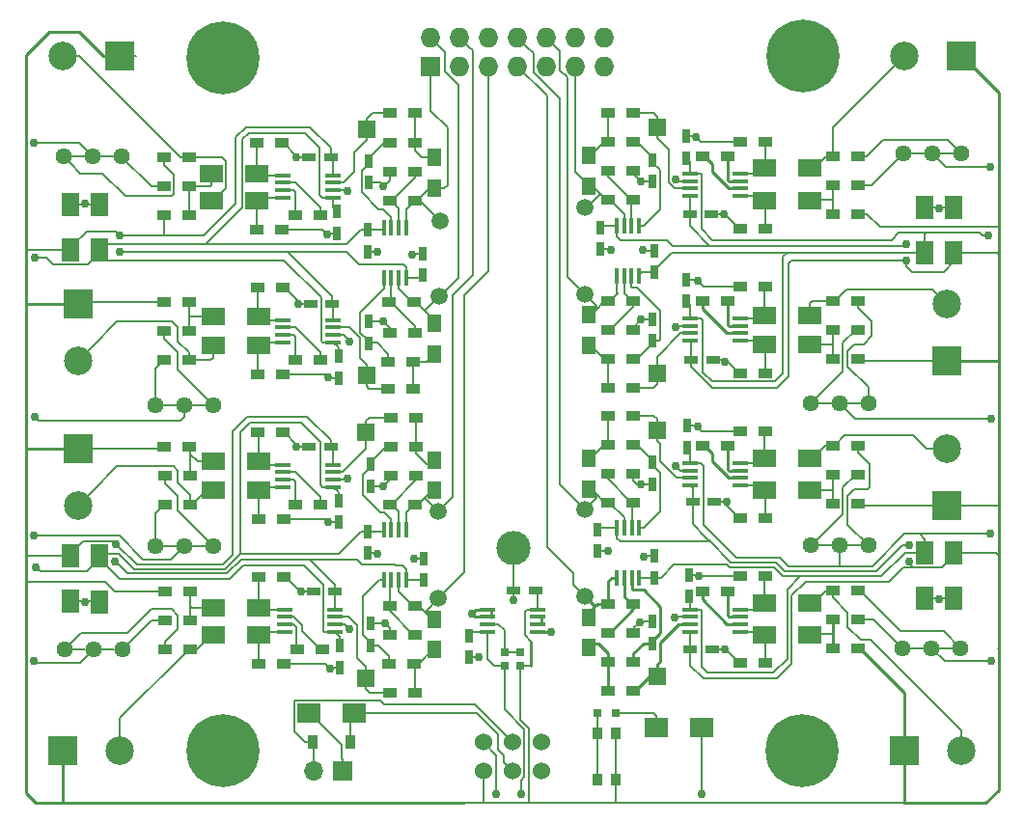
<source format=gbr>
G04 #@! TF.FileFunction,Copper,L1,Top,Signal*
%FSLAX46Y46*%
G04 Gerber Fmt 4.6, Leading zero omitted, Abs format (unit mm)*
G04 Created by KiCad (PCBNEW 4.0.6) date Tue Apr  4 20:52:10 2017*
%MOMM*%
%LPD*%
G01*
G04 APERTURE LIST*
%ADD10C,0.088900*%
%ADD11C,0.150000*%
%ADD12C,1.440000*%
%ADD13R,1.200000X0.900000*%
%ADD14R,2.000000X1.700000*%
%ADD15R,1.700000X1.700000*%
%ADD16O,1.700000X1.700000*%
%ADD17R,0.900000X1.200000*%
%ADD18R,1.450000X0.450000*%
%ADD19R,1.600000X2.000000*%
%ADD20R,1.200000X0.750000*%
%ADD21R,0.450000X1.450000*%
%ADD22R,0.640000X0.700000*%
%ADD23C,6.400000*%
%ADD24R,1.500000X1.500000*%
%ADD25C,1.500000*%
%ADD26C,3.000000*%
%ADD27R,0.750000X1.200000*%
%ADD28R,1.300000X1.500000*%
%ADD29R,2.000000X1.600000*%
%ADD30C,2.500000*%
%ADD31R,2.500000X2.500000*%
%ADD32R,0.800000X0.800000*%
%ADD33C,1.524000*%
%ADD34R,0.900000X1.000000*%
%ADD35R,1.727200X1.727200*%
%ADD36O,1.727200X1.727200*%
%ADD37C,0.754380*%
%ADD38C,0.203200*%
%ADD39C,0.254000*%
G04 APERTURE END LIST*
D10*
D11*
X112407700Y-129540000D02*
X111239300Y-129540000D01*
X114947700Y-129540000D02*
X113779300Y-129540000D01*
X120408700Y-120459500D02*
X119240300Y-120459500D01*
X122948700Y-120459500D02*
X121780300Y-120459500D01*
X112344200Y-86233001D02*
X111175800Y-86233001D01*
X114884200Y-86233001D02*
X113715800Y-86233001D01*
X120408703Y-108140501D02*
X119240303Y-108140501D01*
X122948703Y-108140501D02*
X121780303Y-108140501D01*
X187312300Y-129413000D02*
X188480700Y-129413000D01*
X184772300Y-129413000D02*
X185940700Y-129413000D01*
X179247797Y-120395999D02*
X180416197Y-120395999D01*
X176707797Y-120395999D02*
X177876197Y-120395999D01*
X179247797Y-107949999D02*
X180416197Y-107949999D01*
X176707797Y-107949999D02*
X177876197Y-107949999D01*
X187375800Y-85979000D02*
X188544200Y-85979000D01*
X184835800Y-85979000D02*
X186004200Y-85979000D01*
D12*
X115633500Y-129540000D03*
X113093500Y-129540000D03*
X110553500Y-129540000D03*
X123634500Y-120459500D03*
X121094500Y-120459500D03*
X118554500Y-120459500D03*
D13*
X121496000Y-104140000D03*
X119296000Y-104140000D03*
D14*
X131985000Y-135128000D03*
X135985000Y-135128000D03*
D15*
X135001000Y-140208000D03*
D16*
X132461000Y-140208000D03*
D17*
X135635000Y-137668000D03*
X132335000Y-137668000D03*
D18*
X147660000Y-126025000D03*
X147660000Y-126675000D03*
X147660000Y-127325000D03*
X147660000Y-127975000D03*
X152060000Y-127975000D03*
X152060000Y-127325000D03*
X152060000Y-126675000D03*
X152060000Y-126025000D03*
D13*
X169884999Y-105282997D03*
X172084999Y-105282997D03*
D19*
X113665000Y-90456000D03*
X113665000Y-94456000D03*
D13*
X121496000Y-86360000D03*
X119296000Y-86360000D03*
X130853000Y-104140000D03*
X133053000Y-104140000D03*
D20*
X133919000Y-111760000D03*
X132019000Y-111760000D03*
D13*
X119422999Y-124460000D03*
X121622999Y-124460000D03*
D21*
X140542080Y-119031548D03*
X139892080Y-119031548D03*
X139242080Y-119031548D03*
X138592080Y-119031548D03*
X138592080Y-123431548D03*
X139242080Y-123431548D03*
X139892080Y-123431548D03*
X140542080Y-123431548D03*
D18*
X169839999Y-102447998D03*
X169839999Y-101797998D03*
X169839999Y-101147998D03*
X169839999Y-100497998D03*
X165439999Y-100497998D03*
X165439999Y-101147998D03*
X165439999Y-101797998D03*
X165439999Y-102447998D03*
D13*
X177970001Y-124332999D03*
X180170001Y-124332999D03*
D22*
X150560000Y-129740500D03*
X149160000Y-129740500D03*
X149160000Y-130990500D03*
X150560000Y-130990500D03*
D23*
X175387000Y-77470000D03*
X124460000Y-77597000D03*
X175260000Y-138430000D03*
X124460000Y-138430000D03*
D24*
X137066180Y-83908953D03*
D25*
X143510000Y-91948000D03*
D24*
X137066180Y-105498947D03*
D25*
X143416182Y-98513948D03*
D24*
X137027087Y-110436549D03*
D25*
X143377082Y-117421552D03*
D24*
X137027082Y-132026546D03*
D25*
X143377082Y-125041550D03*
D24*
X162557509Y-131861607D03*
D25*
X156207512Y-124876607D03*
D24*
X162557511Y-110271612D03*
D25*
X156207510Y-117256614D03*
D24*
X162544473Y-105326266D03*
D25*
X156194471Y-98341265D03*
D24*
X162544471Y-83736263D03*
D25*
X156194478Y-90721268D03*
D26*
X149987000Y-120650000D03*
D13*
X160469469Y-87546264D03*
X158269469Y-87546264D03*
X158269472Y-90086264D03*
X160469472Y-90086264D03*
X169884999Y-92582997D03*
X172084999Y-92582997D03*
X177970000Y-88772999D03*
X180170000Y-88772999D03*
X177970002Y-86233001D03*
X180170002Y-86233001D03*
X160469476Y-85006261D03*
X158269476Y-85006261D03*
X158269472Y-82466266D03*
X160469472Y-82466266D03*
X168740000Y-86232999D03*
X166540000Y-86232999D03*
X172084999Y-84962997D03*
X169884999Y-84962997D03*
X180170001Y-91313001D03*
X177970001Y-91313001D03*
X160448973Y-101516263D03*
X158248973Y-101516263D03*
X158269474Y-98976268D03*
X160469474Y-98976268D03*
X177970002Y-101473004D03*
X180170002Y-101473004D03*
X178013000Y-98932998D03*
X180213000Y-98932998D03*
X160469476Y-104056265D03*
X158269476Y-104056265D03*
X158269470Y-106596266D03*
X160469470Y-106596266D03*
X168740000Y-98933002D03*
X166540000Y-98933002D03*
X172084999Y-97663000D03*
X169884999Y-97663000D03*
X180170000Y-104012999D03*
X177970000Y-104012999D03*
X160482513Y-114081614D03*
X158282513Y-114081614D03*
X158282508Y-116621613D03*
X160482508Y-116621613D03*
X169884999Y-117982997D03*
X172084999Y-117982997D03*
X177970000Y-114173000D03*
X180170000Y-114173000D03*
X177970002Y-111633001D03*
X180170002Y-111633001D03*
X160482508Y-111541613D03*
X158282508Y-111541613D03*
X158282515Y-109001612D03*
X160482515Y-109001612D03*
X168739999Y-111633002D03*
X166539999Y-111633002D03*
X172084999Y-110362997D03*
X169884999Y-110362997D03*
X180170002Y-116712999D03*
X177970002Y-116712999D03*
X160482508Y-128051611D03*
X158282508Y-128051611D03*
X158282509Y-125511613D03*
X160482509Y-125511613D03*
X169884999Y-130682997D03*
X172084999Y-130682997D03*
X177969999Y-126873000D03*
X180169999Y-126873000D03*
X160482509Y-130591608D03*
X158282509Y-130591608D03*
X158282516Y-133131611D03*
X160482516Y-133131611D03*
X168740000Y-124460000D03*
X166540000Y-124460000D03*
X172084999Y-123062999D03*
X169884999Y-123062999D03*
X180169998Y-129412999D03*
X177969998Y-129412999D03*
X139102082Y-128216547D03*
X141302082Y-128216547D03*
X141302084Y-125676549D03*
X139102084Y-125676549D03*
X129835000Y-123189999D03*
X127635000Y-123189999D03*
X121622999Y-127000001D03*
X119422999Y-127000001D03*
X121622997Y-129540001D03*
X119422997Y-129540001D03*
X139081585Y-130756548D03*
X141281585Y-130756548D03*
X141302082Y-133296546D03*
X139102082Y-133296546D03*
X130980000Y-129540000D03*
X133180000Y-129540000D03*
X127635000Y-130810003D03*
X129835000Y-130810003D03*
X139186086Y-114246552D03*
X141386086Y-114246552D03*
X141305515Y-116786549D03*
X139105515Y-116786549D03*
X129708002Y-110490006D03*
X127508002Y-110490006D03*
X121623001Y-114300002D03*
X119423001Y-114300002D03*
X121623000Y-116840000D03*
X119423000Y-116840000D03*
X139229081Y-111706552D03*
X141429081Y-111706552D03*
X141429083Y-109166550D03*
X139229083Y-109166550D03*
X130852999Y-116840002D03*
X133052999Y-116840002D03*
X127635001Y-118110002D03*
X129835001Y-118110002D03*
X119296000Y-111760001D03*
X121496000Y-111760001D03*
X121496000Y-101600000D03*
X119296000Y-101600000D03*
X119296000Y-99060000D03*
X121496000Y-99060000D03*
X139108000Y-87630000D03*
X141308000Y-87630000D03*
X141308000Y-90170000D03*
X139108000Y-90170000D03*
X121496000Y-88900000D03*
X119296000Y-88900000D03*
X141308000Y-82423000D03*
X139108000Y-82423000D03*
X130853000Y-91440000D03*
X133053000Y-91440000D03*
X127424000Y-92710000D03*
X129624000Y-92710000D03*
X139108000Y-85090000D03*
X141308000Y-85090000D03*
X138981000Y-104267000D03*
X141181000Y-104267000D03*
X141181000Y-106680000D03*
X138981000Y-106680000D03*
X129741000Y-97790000D03*
X127541000Y-97790000D03*
X141224000Y-99060000D03*
X139024000Y-99060000D03*
X139108000Y-101727000D03*
X141308000Y-101727000D03*
X129624000Y-85090000D03*
X127424000Y-85090000D03*
D18*
X169840000Y-89748000D03*
X169840000Y-89098000D03*
X169840000Y-88448000D03*
X169840000Y-87798000D03*
X165440000Y-87798000D03*
X165440000Y-88448000D03*
X165440000Y-89098000D03*
X165440000Y-89748000D03*
D21*
X159029472Y-96731264D03*
X159679472Y-96731264D03*
X160329472Y-96731264D03*
X160979472Y-96731264D03*
X160979472Y-92331264D03*
X160329472Y-92331264D03*
X159679472Y-92331264D03*
X159029472Y-92331264D03*
D18*
X169840000Y-115148000D03*
X169840000Y-114498000D03*
X169840000Y-113848000D03*
X169840000Y-113198000D03*
X165440000Y-113198000D03*
X165440000Y-113848000D03*
X165440000Y-114498000D03*
X165440000Y-115148000D03*
D21*
X159042507Y-123266609D03*
X159692507Y-123266609D03*
X160342507Y-123266609D03*
X160992507Y-123266609D03*
X160992507Y-118866609D03*
X160342507Y-118866609D03*
X159692507Y-118866609D03*
X159042507Y-118866609D03*
D18*
X169840001Y-127975000D03*
X169840001Y-127325000D03*
X169840001Y-126675000D03*
X169840001Y-126025000D03*
X165440001Y-126025000D03*
X165440001Y-126675000D03*
X165440001Y-127325000D03*
X165440001Y-127975000D03*
X129880000Y-126025000D03*
X129880000Y-126675000D03*
X129880000Y-127325000D03*
X129880000Y-127975000D03*
X134280000Y-127975000D03*
X134280000Y-127325000D03*
X134280000Y-126675000D03*
X134280000Y-126025000D03*
X129753001Y-113324999D03*
X129753001Y-113974999D03*
X129753001Y-114624999D03*
X129753001Y-115274999D03*
X134153001Y-115274999D03*
X134153001Y-114624999D03*
X134153001Y-113974999D03*
X134153001Y-113324999D03*
X129752999Y-87925000D03*
X129752999Y-88575000D03*
X129752999Y-89225000D03*
X129752999Y-89875000D03*
X134152999Y-89875000D03*
X134152999Y-89225000D03*
X134152999Y-88575000D03*
X134152999Y-87925000D03*
X129753002Y-100624998D03*
X129753002Y-101274998D03*
X129753002Y-101924998D03*
X129753002Y-102574998D03*
X134153002Y-102574998D03*
X134153002Y-101924998D03*
X134153002Y-101274998D03*
X134153002Y-100624998D03*
D21*
X140548000Y-92542000D03*
X139898000Y-92542000D03*
X139248000Y-92542000D03*
X138598000Y-92542000D03*
X138598000Y-96942000D03*
X139248000Y-96942000D03*
X139898000Y-96942000D03*
X140548000Y-96942000D03*
D27*
X146050000Y-130236000D03*
X146050000Y-128336000D03*
D20*
X151889499Y-124333000D03*
X149989499Y-124333000D03*
D27*
X162163472Y-86596264D03*
X162163472Y-88496264D03*
X162163477Y-102466268D03*
X162163477Y-100566268D03*
X157607000Y-92522000D03*
X157607000Y-94422000D03*
D20*
X165420000Y-91313000D03*
X167320000Y-91313000D03*
X165547000Y-104140000D03*
X167447000Y-104140000D03*
D27*
X162176513Y-113131612D03*
X162176513Y-115031612D03*
X162176511Y-129001607D03*
X162176511Y-127101607D03*
X157353000Y-119004000D03*
X157353000Y-120904000D03*
D20*
X165674000Y-116586000D03*
X167574000Y-116586000D03*
X165481000Y-129540000D03*
X167381000Y-129540000D03*
D27*
X137408080Y-129166551D03*
X137408080Y-127266551D03*
X137408081Y-113296548D03*
X137408081Y-115196548D03*
X142113000Y-123444000D03*
X142113000Y-121544000D03*
D20*
X134300000Y-124460000D03*
X132400000Y-124460000D03*
D27*
X137287000Y-86680000D03*
X137287000Y-88580000D03*
X141986000Y-96708000D03*
X141986000Y-94808000D03*
D20*
X134046000Y-99187000D03*
X132146000Y-99187000D03*
X133919000Y-86360000D03*
X132019000Y-86360000D03*
D27*
X137287000Y-102677000D03*
X137287000Y-100777000D03*
D19*
X111125000Y-94456000D03*
X111125000Y-90456000D03*
D28*
X143035178Y-89068953D03*
X143035178Y-86368953D03*
X143002000Y-100932000D03*
X143002000Y-103632000D03*
D27*
X134493000Y-93025000D03*
X134493000Y-91125000D03*
X134620000Y-105725000D03*
X134620000Y-103825000D03*
X137160000Y-94610000D03*
X137160000Y-92710000D03*
D19*
X111125000Y-121317000D03*
X111125000Y-125317000D03*
D28*
X142996080Y-115596549D03*
X142996080Y-112896549D03*
X142996082Y-126866550D03*
X142996082Y-129566550D03*
D27*
X134620000Y-118364000D03*
X134620000Y-116464000D03*
X134747000Y-131125000D03*
X134747000Y-129225000D03*
X137160000Y-121092000D03*
X137160000Y-119192000D03*
D19*
X113665000Y-125349000D03*
X113665000Y-121349000D03*
X188595000Y-121063000D03*
X188595000Y-125063000D03*
D28*
X156588514Y-126699110D03*
X156588514Y-129399110D03*
X156588505Y-115431611D03*
X156588505Y-112731611D03*
D27*
X165354000Y-123002000D03*
X165354000Y-124902000D03*
X165227000Y-109921000D03*
X165227000Y-111821000D03*
X162306000Y-121351000D03*
X162306000Y-123251000D03*
D19*
X186055000Y-125063000D03*
X186055000Y-121063000D03*
X188595000Y-94710000D03*
X188595000Y-90710000D03*
D28*
X156575472Y-100166269D03*
X156575472Y-102866269D03*
X156575475Y-88896266D03*
X156575475Y-86196266D03*
D27*
X165100000Y-97094000D03*
X165100000Y-98994000D03*
X165100000Y-84521000D03*
X165100000Y-86421000D03*
X162306000Y-94554000D03*
X162306000Y-96454000D03*
D19*
X186055000Y-90710000D03*
X186055000Y-94710000D03*
D13*
X119296000Y-91440000D03*
X121496000Y-91440000D03*
X127551000Y-105410000D03*
X129751000Y-105410000D03*
D29*
X127476000Y-90170000D03*
X123476000Y-90170000D03*
X127476000Y-87757000D03*
X123476000Y-87757000D03*
X127603000Y-102870000D03*
X123603000Y-102870000D03*
X127603000Y-100330000D03*
X123603000Y-100330000D03*
X127603002Y-115569998D03*
X123603002Y-115569998D03*
X127603000Y-113029999D03*
X123603000Y-113029999D03*
X127603000Y-128269998D03*
X123603000Y-128269998D03*
X127603000Y-125857000D03*
X123603000Y-125857000D03*
X171989999Y-125476000D03*
X175989999Y-125476000D03*
X171989998Y-128270000D03*
X175989998Y-128270000D03*
X171990000Y-112776000D03*
X175990000Y-112776000D03*
X171990001Y-115570000D03*
X175990001Y-115570000D03*
X171989998Y-100203001D03*
X175989998Y-100203001D03*
X171990001Y-102742998D03*
X175990001Y-102742998D03*
X171990000Y-87249000D03*
X175990000Y-87249000D03*
X171990001Y-90170000D03*
X175990001Y-90170000D03*
D30*
X110443000Y-77470000D03*
D31*
X115443000Y-77470000D03*
D30*
X111760000Y-104187000D03*
D31*
X111760000Y-99187000D03*
D30*
X111759998Y-116887001D03*
D31*
X111759998Y-111887001D03*
D30*
X115443000Y-138430000D03*
D31*
X110443000Y-138430000D03*
D30*
X189230000Y-138430000D03*
D31*
X184230000Y-138430000D03*
D30*
X187959999Y-111887001D03*
D31*
X187959999Y-116887001D03*
D30*
X187960000Y-99186998D03*
D31*
X187960000Y-104186998D03*
D30*
X184230000Y-77470000D03*
D31*
X189230000Y-77470000D03*
D32*
X157315000Y-135128000D03*
X158915000Y-135128000D03*
D14*
X162465000Y-136398000D03*
X166465000Y-136398000D03*
D33*
X149860000Y-140208000D03*
X152400000Y-140208000D03*
X147320000Y-140208000D03*
X147300000Y-137658000D03*
X149840000Y-137658000D03*
X152380000Y-137658000D03*
D34*
X158915000Y-136888000D03*
X157315000Y-136888000D03*
X158915000Y-140988000D03*
X157315000Y-140988000D03*
D12*
X115570000Y-86233001D03*
X113030000Y-86233001D03*
X110490000Y-86233001D03*
X123634503Y-108140501D03*
X121094503Y-108140501D03*
X118554503Y-108140501D03*
X184086500Y-129413000D03*
X186626500Y-129413000D03*
X189166500Y-129413000D03*
X176021997Y-120395999D03*
X178561997Y-120395999D03*
X181101997Y-120395999D03*
X176021997Y-107949999D03*
X178561997Y-107949999D03*
X181101997Y-107949999D03*
X184150000Y-85979000D03*
X186690000Y-85979000D03*
X189230000Y-85979000D03*
D35*
X142684501Y-78358997D03*
D36*
X142684501Y-75818997D03*
X145224501Y-78358997D03*
X145224501Y-75818997D03*
X147764501Y-78358997D03*
X147764501Y-75818997D03*
X150304501Y-78358997D03*
X150304501Y-75818997D03*
X152844501Y-78358997D03*
X152844501Y-75818997D03*
X155384501Y-78358997D03*
X155384501Y-75818997D03*
X157924501Y-78358997D03*
X157924501Y-75818997D03*
D37*
X146875500Y-130175000D03*
X149987000Y-125222001D03*
X161290000Y-94488000D03*
X158496000Y-94488000D03*
X165989000Y-84582000D03*
X168402000Y-91313000D03*
X166116002Y-97155000D03*
X168529000Y-104267000D03*
X166116000Y-109982000D03*
X168656000Y-116586000D03*
X161417000Y-121412000D03*
X158242000Y-120904000D03*
X166243000Y-123063000D03*
X168529000Y-129540000D03*
X133857998Y-131191000D03*
X131318000Y-124460000D03*
X138049000Y-121158000D03*
X141224000Y-121539000D03*
X133731000Y-118364000D03*
X130937000Y-111760000D03*
X133731000Y-105663988D03*
X131064000Y-99187000D03*
X138049000Y-94615000D03*
X141097000Y-94869000D03*
X133604000Y-93091000D03*
X130937000Y-86360000D03*
X164210795Y-88254934D03*
X187325000Y-90805000D03*
X112395000Y-90424000D03*
X138557000Y-88900000D03*
X135590309Y-102501086D03*
X135382000Y-89281000D03*
X135382000Y-114554000D03*
X112395000Y-125349000D03*
X135559992Y-127762000D03*
X187325000Y-125095001D03*
X164211000Y-101219000D03*
X164160008Y-113411000D03*
X164084000Y-126746000D03*
X161036000Y-127127000D03*
X138684000Y-127254000D03*
X138557000Y-115189000D03*
X138557000Y-100711000D03*
X161162990Y-100584000D03*
X161163000Y-88496264D03*
X161163000Y-115031612D03*
X153289000Y-128016000D03*
X146304000Y-126365000D03*
X115384275Y-94636600D03*
X115443000Y-93218000D03*
X115020020Y-121793000D03*
X115062000Y-120269000D03*
X184658032Y-121814600D03*
X184658000Y-120352809D03*
X184404000Y-93980000D03*
X184404000Y-95377000D03*
X191770000Y-87185500D03*
X191833500Y-109283500D03*
X191833500Y-130556000D03*
X107886500Y-130556000D03*
X107886500Y-119570500D03*
X107950000Y-109093000D03*
X107886500Y-85090000D03*
X166497000Y-142240000D03*
X150600400Y-142240000D03*
X148463000Y-142240000D03*
X191643000Y-93218002D03*
X191770000Y-119380000D03*
X107950000Y-95123000D03*
X108077000Y-122301000D03*
D38*
X149989499Y-124333000D02*
X149989499Y-120652499D01*
X149989499Y-120652499D02*
X149987000Y-120650000D01*
X146814500Y-130236000D02*
X146875500Y-130175000D01*
X146050000Y-130236000D02*
X146814500Y-130236000D01*
X149989500Y-124333001D02*
X149989501Y-125219501D01*
X149989501Y-125219501D02*
X149987000Y-125222001D01*
X162306000Y-94554000D02*
X161356000Y-94554000D01*
X161356000Y-94554000D02*
X161290000Y-94488000D01*
X158562000Y-94554000D02*
X158496000Y-94488000D01*
X158430000Y-94422000D02*
X158496000Y-94488000D01*
X157607000Y-94422000D02*
X158430000Y-94422000D01*
X165100000Y-84521000D02*
X165928000Y-84521000D01*
X166366189Y-84959189D02*
X165989000Y-84582000D01*
X166369997Y-84962997D02*
X166366189Y-84959189D01*
X169884999Y-84962997D02*
X166369997Y-84962997D01*
X165928000Y-84521000D02*
X165989000Y-84582000D01*
X168465002Y-91313000D02*
X168402000Y-91313000D01*
X169734999Y-92582997D02*
X168465002Y-91313000D01*
X169884999Y-92582997D02*
X169734999Y-92582997D01*
X167320000Y-91313000D02*
X168402000Y-91313000D01*
X165100000Y-97094000D02*
X166055002Y-97094000D01*
X166055002Y-97094000D02*
X166116002Y-97155000D01*
X166493191Y-97532189D02*
X166116002Y-97155000D01*
X166624002Y-97663000D02*
X166493191Y-97532189D01*
X169884999Y-97663000D02*
X166624002Y-97663000D01*
X168402000Y-104140000D02*
X168529000Y-104267000D01*
X168719002Y-104267000D02*
X168529000Y-104267000D01*
X169884999Y-105282997D02*
X169734999Y-105282997D01*
X167447000Y-104140000D02*
X168402000Y-104140000D01*
X169734999Y-105282997D02*
X168719002Y-104267000D01*
X166055000Y-109921000D02*
X166116000Y-109982000D01*
X165227000Y-109921000D02*
X166055000Y-109921000D01*
X166493189Y-110359189D02*
X166116000Y-109982000D01*
X166496997Y-110362997D02*
X166493189Y-110359189D01*
X169884999Y-110362997D02*
X166496997Y-110362997D01*
X168656000Y-116903998D02*
X168656000Y-116586000D01*
X169734999Y-117982997D02*
X168656000Y-116903998D01*
X169884999Y-117982997D02*
X169734999Y-117982997D01*
X167574000Y-116586000D02*
X168656000Y-116586000D01*
X162306000Y-121351000D02*
X161478000Y-121351000D01*
X161478000Y-121351000D02*
X161417000Y-121412000D01*
X157353000Y-120904000D02*
X158242000Y-120904000D01*
X166182000Y-123002000D02*
X166243000Y-123063000D01*
X165354000Y-123002000D02*
X166182000Y-123002000D01*
X166776427Y-123063000D02*
X166243000Y-123063000D01*
X169884999Y-123062999D02*
X166776427Y-123063000D01*
X168592002Y-129540000D02*
X168529000Y-129540000D01*
X169734999Y-130682997D02*
X168592002Y-129540000D01*
X169884999Y-130682997D02*
X169734999Y-130682997D01*
X167381000Y-129540000D02*
X168529000Y-129540000D01*
X133923998Y-131125000D02*
X133857998Y-131191000D01*
X134747000Y-131125000D02*
X133923998Y-131125000D01*
X133477001Y-130810003D02*
X133480809Y-130813811D01*
X129835000Y-130810003D02*
X133477001Y-130810003D01*
X133480809Y-130813811D02*
X133857998Y-131191000D01*
X129985000Y-123189999D02*
X131255001Y-124460000D01*
X129835000Y-123189999D02*
X129985000Y-123189999D01*
X132400000Y-124460000D02*
X131318000Y-124460000D01*
X131255001Y-124460000D02*
X131318000Y-124460000D01*
X137160000Y-121092000D02*
X137983000Y-121092000D01*
X137983000Y-121092000D02*
X138049000Y-121158000D01*
X141229000Y-121544000D02*
X141224000Y-121539000D01*
X142113000Y-121544000D02*
X141229000Y-121544000D01*
X133477002Y-118110002D02*
X133731000Y-118364000D01*
X129835001Y-118110002D02*
X133477002Y-118110002D01*
X134620000Y-118364000D02*
X133731000Y-118364000D01*
X130937000Y-111569004D02*
X130937000Y-111760000D01*
X129858002Y-110490006D02*
X130937000Y-111569004D01*
X129708002Y-110490006D02*
X129858002Y-110490006D01*
X130810000Y-111760000D02*
X130937000Y-111760000D01*
X132019000Y-111760000D02*
X130810000Y-111760000D01*
X133477012Y-105410000D02*
X133731000Y-105663988D01*
X129751000Y-105410000D02*
X133477012Y-105410000D01*
X133792012Y-105725000D02*
X133731000Y-105663988D01*
X134620000Y-105725000D02*
X133792012Y-105725000D01*
X131064000Y-98963000D02*
X131064000Y-99187000D01*
X129891000Y-97790000D02*
X131064000Y-98963000D01*
X129741000Y-97790000D02*
X129891000Y-97790000D01*
X132146000Y-99187000D02*
X131064000Y-99187000D01*
X137160000Y-94610000D02*
X138044000Y-94610000D01*
X138044000Y-94610000D02*
X138049000Y-94615000D01*
X141986000Y-94808000D02*
X141158000Y-94808000D01*
X141158000Y-94808000D02*
X141097000Y-94869000D01*
X133670000Y-93025000D02*
X133604000Y-93091000D01*
X134493000Y-93025000D02*
X133670000Y-93025000D01*
X133226811Y-92713811D02*
X133604000Y-93091000D01*
X133223000Y-92710000D02*
X133226811Y-92713811D01*
X129624000Y-92710000D02*
X133223000Y-92710000D01*
X130937000Y-86253000D02*
X130937000Y-86360000D01*
X129774000Y-85090000D02*
X130937000Y-86253000D01*
X129624000Y-85090000D02*
X129774000Y-85090000D01*
X132019000Y-86360000D02*
X130937000Y-86360000D01*
X165440000Y-88448000D02*
X164403861Y-88448000D01*
X164403861Y-88448000D02*
X164210795Y-88254934D01*
X188595000Y-90710000D02*
X187420000Y-90710000D01*
X187420000Y-90710000D02*
X187325000Y-90805000D01*
X186055000Y-90710000D02*
X187230000Y-90710000D01*
X187230000Y-90710000D02*
X187325000Y-90805000D01*
X111125000Y-90456000D02*
X112363000Y-90456000D01*
X112363000Y-90456000D02*
X112395000Y-90424000D01*
X113665000Y-90456000D02*
X112427000Y-90456000D01*
X112427000Y-90456000D02*
X112395000Y-90424000D01*
X139108000Y-88349000D02*
X138934189Y-88522811D01*
X139108000Y-87630000D02*
X139108000Y-88349000D01*
X138237000Y-88580000D02*
X138557000Y-88900000D01*
X138934189Y-88522811D02*
X138557000Y-88900000D01*
X137287000Y-88580000D02*
X138237000Y-88580000D01*
X137160000Y-100716000D02*
X138552000Y-100716000D01*
X138552000Y-100716000D02*
X138557000Y-100711000D01*
X135081202Y-101924998D02*
X135590309Y-102434105D01*
X134153002Y-101924998D02*
X135081202Y-101924998D01*
X135590309Y-102434105D02*
X135590309Y-102501086D01*
X134152999Y-89225000D02*
X135326000Y-89225000D01*
X135326000Y-89225000D02*
X135382000Y-89281000D01*
X134153001Y-114624999D02*
X135311001Y-114624999D01*
X135311001Y-114624999D02*
X135382000Y-114554000D01*
X113665000Y-125316998D02*
X112427002Y-125316998D01*
X112427002Y-125316998D02*
X112395000Y-125349000D01*
X111124998Y-125317000D02*
X112363000Y-125317000D01*
X112363000Y-125317000D02*
X112395000Y-125349000D01*
X135122992Y-127325000D02*
X135559992Y-127762000D01*
X134280000Y-127325000D02*
X135122992Y-127325000D01*
X186055000Y-125062999D02*
X187293000Y-125063001D01*
X187293000Y-125063001D02*
X187325000Y-125095001D01*
X188594999Y-125063000D02*
X187357000Y-125063000D01*
X187357000Y-125063000D02*
X187325000Y-125095001D01*
X164282002Y-101147998D02*
X164211000Y-101219000D01*
X165439999Y-101147998D02*
X164282002Y-101147998D01*
X165440000Y-113848000D02*
X164597008Y-113848000D01*
X164597008Y-113848000D02*
X164160008Y-113411000D01*
X165440001Y-126675000D02*
X164155000Y-126675000D01*
X164155000Y-126675000D02*
X164084000Y-126746000D01*
X162176511Y-127101607D02*
X161061393Y-127101607D01*
X161061393Y-127101607D02*
X161036000Y-127127000D01*
X160482508Y-128051611D02*
X160482508Y-127680492D01*
X160482508Y-127680492D02*
X161036000Y-127127000D01*
X139102082Y-128216547D02*
X139102082Y-127672082D01*
X139102082Y-127672082D02*
X138684000Y-127254000D01*
X137408080Y-127266551D02*
X138671449Y-127266551D01*
X138671449Y-127266551D02*
X138684000Y-127254000D01*
X137408081Y-115196548D02*
X138549452Y-115196548D01*
X138549452Y-115196548D02*
X138557000Y-115189000D01*
X139186086Y-114246552D02*
X139186086Y-114559914D01*
X139186086Y-114559914D02*
X138557000Y-115189000D01*
X138529047Y-100738953D02*
X138557000Y-100711000D01*
X139141175Y-101688949D02*
X139141175Y-101295175D01*
X139141175Y-101295175D02*
X138557000Y-100711000D01*
X162163477Y-100566268D02*
X161180722Y-100566268D01*
X161180722Y-100566268D02*
X161162990Y-100584000D01*
X160448973Y-101516263D02*
X160448973Y-101298017D01*
X160448973Y-101298017D02*
X161162990Y-100584000D01*
X160448973Y-101516263D02*
X160598973Y-101516263D01*
X162163472Y-88496264D02*
X161163000Y-88496264D01*
X160469469Y-87546264D02*
X160469469Y-87802733D01*
X160469469Y-87802733D02*
X161163000Y-88496264D01*
X161163000Y-115031612D02*
X160779311Y-115031612D01*
X162176513Y-115031612D02*
X161163000Y-115031612D01*
X160482513Y-114734814D02*
X160482513Y-114081614D01*
X160779311Y-115031612D02*
X160482513Y-114734814D01*
D39*
X152060000Y-127975000D02*
X153248000Y-127975000D01*
X153248000Y-127975000D02*
X153289000Y-128016000D01*
X146614000Y-126675000D02*
X146304000Y-126365000D01*
X147660000Y-126675000D02*
X146614000Y-126675000D01*
X147660000Y-126025000D02*
X146644000Y-126025000D01*
X146644000Y-126025000D02*
X146304000Y-126365000D01*
X148000000Y-126066000D02*
X147500000Y-126066000D01*
X148000000Y-126716000D02*
X148000000Y-126066000D01*
D38*
X141308000Y-85090000D02*
X141308000Y-85743200D01*
X141308000Y-85743200D02*
X141933753Y-86368953D01*
X141933753Y-86368953D02*
X142181978Y-86368953D01*
X142181978Y-86368953D02*
X143035178Y-86368953D01*
X141308000Y-82423000D02*
X141308000Y-85090000D01*
X143035178Y-86768953D02*
X143035178Y-86543953D01*
X129752999Y-89875000D02*
X127771000Y-89875000D01*
X127476000Y-90170000D02*
X127476000Y-92658000D01*
X127771000Y-89875000D02*
X127476000Y-90170000D01*
X127476000Y-92658000D02*
X127424000Y-92710000D01*
X121496000Y-88900000D02*
X123386200Y-88900000D01*
X123386200Y-88900000D02*
X123476000Y-88810200D01*
X123476000Y-88810200D02*
X123476000Y-87757000D01*
X121496000Y-91440000D02*
X121496000Y-90786800D01*
X121496000Y-90786800D02*
X121496000Y-88900000D01*
X127551000Y-105410000D02*
X127551000Y-102922000D01*
X127551000Y-102922000D02*
X127603000Y-102870000D01*
X129753002Y-102574998D02*
X127898002Y-102574998D01*
X127898002Y-102574998D02*
X127603000Y-102870000D01*
X138598000Y-96942000D02*
X138598000Y-97870200D01*
X137983200Y-102616000D02*
X138981000Y-103613800D01*
X138598000Y-97870200D02*
X136525000Y-99943200D01*
X136525000Y-99943200D02*
X136525000Y-101727000D01*
X136525000Y-101727000D02*
X137160000Y-102362000D01*
X137160000Y-102362000D02*
X137160000Y-102616000D01*
X137160000Y-102616000D02*
X137983200Y-102616000D01*
X138981000Y-103613800D02*
X138981000Y-104267000D01*
D39*
X152400000Y-127366000D02*
X152400000Y-126716000D01*
D38*
X144166178Y-83745007D02*
X142684501Y-82263330D01*
X142684501Y-82263330D02*
X142684501Y-78358997D01*
X143510000Y-91948000D02*
X141732000Y-90170000D01*
X141732000Y-90170000D02*
X141308000Y-90170000D01*
X143035178Y-89068953D02*
X143888378Y-89068953D01*
X144166178Y-88791153D02*
X144166178Y-83745007D01*
X143888378Y-89068953D02*
X144166178Y-88791153D01*
X141308000Y-90170000D02*
X141458000Y-90170000D01*
X141458000Y-90170000D02*
X142559047Y-89068953D01*
X142559047Y-89068953D02*
X143035178Y-89068953D01*
X140548000Y-92542000D02*
X140548000Y-92497000D01*
X140548000Y-92497000D02*
X140589000Y-92456000D01*
X140589000Y-92456000D02*
X140589000Y-90889000D01*
X140589000Y-90889000D02*
X141308000Y-90170000D01*
X143416182Y-98513948D02*
X143548052Y-98513948D01*
X145161000Y-96901000D02*
X145161000Y-79987138D01*
X143548052Y-98513948D02*
X145161000Y-96901000D01*
X145161000Y-79987138D02*
X143954500Y-78780638D01*
X143954500Y-78780638D02*
X143954500Y-77088996D01*
X143954500Y-77088996D02*
X143548100Y-76682596D01*
X143548100Y-76682596D02*
X142684501Y-75818997D01*
X142240000Y-99926000D02*
X143002000Y-100688000D01*
X141374000Y-99060000D02*
X142240000Y-99926000D01*
X142240000Y-99926000D02*
X142240000Y-99690130D01*
X142240000Y-99690130D02*
X143416182Y-98513948D01*
X141224000Y-99060000D02*
X141374000Y-99060000D01*
X143002000Y-100688000D02*
X143002000Y-100932000D01*
X141341178Y-99148951D02*
X141176751Y-99148951D01*
X141176751Y-99148951D02*
X139898000Y-97870200D01*
X139898000Y-97870200D02*
X139898000Y-96942000D01*
X137066180Y-83908953D02*
X137066180Y-82955753D01*
X137066180Y-82955753D02*
X137598933Y-82423000D01*
X137598933Y-82423000D02*
X138304800Y-82423000D01*
X138304800Y-82423000D02*
X139108000Y-82423000D01*
X134152999Y-88575000D02*
X135081199Y-88575000D01*
X135081199Y-88575000D02*
X136017000Y-87639199D01*
X136017000Y-87639199D02*
X136017000Y-85911333D01*
X136017000Y-85911333D02*
X137066180Y-84862153D01*
X137066180Y-84862153D02*
X137066180Y-83908953D01*
X137066180Y-105498947D02*
X137066180Y-104545747D01*
X137066180Y-104545747D02*
X136470594Y-103950161D01*
X136470594Y-103950161D02*
X136470594Y-102211424D01*
X136470594Y-102211424D02*
X135534168Y-101274998D01*
X135534168Y-101274998D02*
X135081202Y-101274998D01*
X135081202Y-101274998D02*
X134153002Y-101274998D01*
X137066180Y-105498947D02*
X137066180Y-106452147D01*
X137066180Y-106452147D02*
X137294033Y-106680000D01*
X137294033Y-106680000D02*
X138177800Y-106680000D01*
X138177800Y-106680000D02*
X138981000Y-106680000D01*
X165481000Y-129540000D02*
X165481000Y-130937000D01*
X175592077Y-123571000D02*
X182901632Y-123571000D01*
X165481000Y-130937000D02*
X166624000Y-132080000D01*
X166624000Y-132080000D02*
X173101000Y-132080000D01*
X173101000Y-132080000D02*
X174374811Y-130806189D01*
X174374811Y-130806189D02*
X174374811Y-124788266D01*
X174374811Y-124788266D02*
X175592077Y-123571000D01*
X182901632Y-123571000D02*
X184130231Y-122342401D01*
X184130231Y-122342401D02*
X185031479Y-122342401D01*
X167195500Y-120078500D02*
X169037000Y-121920000D01*
X169037000Y-121920000D02*
X173033752Y-121920000D01*
X173033752Y-121920000D02*
X173795752Y-122682000D01*
X173795752Y-122682000D02*
X181795382Y-122682000D01*
X181795382Y-122682000D02*
X184124573Y-120352809D01*
X184124573Y-120352809D02*
X184658000Y-120352809D01*
X166878000Y-119761000D02*
X167195500Y-120078500D01*
X159042507Y-118866609D02*
X159042507Y-119794809D01*
X159042507Y-119794809D02*
X159326198Y-120078500D01*
X159326198Y-120078500D02*
X167195500Y-120078500D01*
X132080000Y-121665998D02*
X132079998Y-121666000D01*
X126045660Y-121666000D02*
X124839138Y-122872522D01*
X132079998Y-121666000D02*
X126045660Y-121666000D01*
X124839138Y-122872522D02*
X116099542Y-122872522D01*
X116099542Y-122872522D02*
X115397209Y-122170189D01*
X115397209Y-122170189D02*
X115020020Y-121793000D01*
X133919000Y-111181800D02*
X133919000Y-111760000D01*
X131830200Y-109093000D02*
X133919000Y-111181800D01*
X125349000Y-121254170D02*
X125349000Y-110363000D01*
X116903500Y-122110500D02*
X124492670Y-122110500D01*
X115062000Y-120269000D02*
X116903500Y-122110500D01*
X126619000Y-109093000D02*
X131830200Y-109093000D01*
X125349000Y-110363000D02*
X126619000Y-109093000D01*
X124492670Y-122110500D02*
X125349000Y-121254170D01*
X158877000Y-143002000D02*
X184150000Y-143002000D01*
X151333198Y-143002000D02*
X158877000Y-143002000D01*
X158877000Y-143002000D02*
X158915000Y-142964000D01*
X158915000Y-142964000D02*
X158915000Y-140988000D01*
X158915000Y-136888000D02*
X158915000Y-140988000D01*
X150560000Y-131543700D02*
X150560000Y-130990500D01*
X150560000Y-135670170D02*
X150560000Y-131543700D01*
X151333198Y-143002000D02*
X151333198Y-136443368D01*
X151333198Y-136443368D02*
X150560000Y-135670170D01*
X147320000Y-143002000D02*
X151333198Y-143002000D01*
X147320000Y-143002000D02*
X147320000Y-140208000D01*
X145678000Y-143002000D02*
X147320000Y-143002000D01*
X152060000Y-126025000D02*
X152060000Y-124503501D01*
X152060000Y-124503501D02*
X151889499Y-124333000D01*
X150939500Y-128270000D02*
X150939500Y-126217300D01*
X150939500Y-126217300D02*
X151131800Y-126025000D01*
X151131800Y-126025000D02*
X152060000Y-126025000D01*
X151510000Y-128840500D02*
X150939500Y-128270000D01*
D39*
X151510000Y-130937000D02*
X151510000Y-128840500D01*
D38*
X151456500Y-130990500D02*
X150560000Y-130990500D01*
X151510000Y-130937000D02*
X151456500Y-130990500D01*
X136256076Y-121665998D02*
X132080000Y-121665998D01*
X139638835Y-122195592D02*
X139522827Y-122079584D01*
X140234324Y-122195592D02*
X139638835Y-122195592D01*
X140542080Y-122503348D02*
X140234324Y-122195592D01*
X136669662Y-122079584D02*
X136256076Y-121665998D01*
X140542080Y-123431548D02*
X140542080Y-122503348D01*
X139522827Y-122079584D02*
X136669662Y-122079584D01*
X180170001Y-91313001D02*
X180973201Y-91313001D01*
X191306244Y-92456000D02*
X192532000Y-92456000D01*
X180973201Y-91313001D02*
X182116200Y-92456000D01*
X182116200Y-92456000D02*
X191306244Y-92456000D01*
X133919000Y-86360000D02*
X133919000Y-85532000D01*
X133919000Y-85532000D02*
X132080000Y-83693000D01*
X132080000Y-83693000D02*
X126492000Y-83693000D01*
X126492000Y-83693000D02*
X125603000Y-84582000D01*
X125603000Y-84582000D02*
X125603000Y-90395922D01*
X125603000Y-90395922D02*
X122780922Y-93218000D01*
X122780922Y-93218000D02*
X121224000Y-93218000D01*
X121224000Y-93218000D02*
X119253000Y-93218000D01*
X135276600Y-94636600D02*
X130175000Y-94636600D01*
X130175000Y-94636600D02*
X115917702Y-94636600D01*
X134046000Y-98608800D02*
X134046000Y-98507600D01*
X134046000Y-98507600D02*
X130175000Y-94636600D01*
X140548000Y-96942000D02*
X140548000Y-96013800D01*
X140548000Y-96013800D02*
X140301601Y-95767401D01*
X140301601Y-95767401D02*
X136407401Y-95767401D01*
X136407401Y-95767401D02*
X135276600Y-94636600D01*
X115917702Y-94636600D02*
X115384275Y-94636600D01*
X119253000Y-93218000D02*
X115443000Y-93218000D01*
X119296000Y-91440000D02*
X119296000Y-93175000D01*
X119296000Y-93175000D02*
X119253000Y-93218000D01*
X119446000Y-91440000D02*
X119296000Y-91440000D01*
X115443000Y-93218000D02*
X115065811Y-92840811D01*
X115065811Y-92840811D02*
X112540189Y-92840811D01*
X111125000Y-94256000D02*
X111125000Y-94456000D01*
X112540189Y-92840811D02*
X111125000Y-94256000D01*
D39*
X192532000Y-92456000D02*
X192532000Y-80645000D01*
X189357000Y-77470000D02*
X189150000Y-77470000D01*
X192532000Y-80645000D02*
X189357000Y-77470000D01*
D38*
X107188000Y-121412000D02*
X107283000Y-121317000D01*
X107283000Y-121317000D02*
X110121800Y-121317000D01*
X110121800Y-121317000D02*
X111125000Y-121317000D01*
D39*
X107188000Y-124460000D02*
X107188000Y-123571000D01*
X107188000Y-123571000D02*
X107188000Y-122809000D01*
D38*
X119422999Y-124460000D02*
X115033971Y-124460000D01*
X115033971Y-124460000D02*
X114144971Y-123571000D01*
X114144971Y-123571000D02*
X107188000Y-123571000D01*
X115062000Y-120269000D02*
X114862599Y-120069599D01*
X114862599Y-120069599D02*
X112172401Y-120069599D01*
X111125000Y-121117000D02*
X111125000Y-121317000D01*
X112172401Y-120069599D02*
X111125000Y-121117000D01*
X111125000Y-121517000D02*
X111125000Y-121317000D01*
D39*
X107188000Y-121412000D02*
X107188000Y-111760000D01*
X107188000Y-122809000D02*
X107188000Y-121412000D01*
D38*
X134300000Y-123881800D02*
X134295802Y-123881800D01*
X134295802Y-123881800D02*
X132080000Y-121665998D01*
X115020014Y-121793006D02*
X115020020Y-121793000D01*
X115020002Y-121793018D02*
X115020020Y-121793000D01*
X184658032Y-121814600D02*
X184658032Y-121968954D01*
X184658032Y-121968954D02*
X185031479Y-122342401D01*
X185031479Y-122342401D02*
X187515599Y-122342401D01*
X187515599Y-122342401D02*
X188595000Y-121263000D01*
X188595000Y-121263000D02*
X188595000Y-121063000D01*
X187959999Y-116887001D02*
X192484999Y-116887001D01*
X192484999Y-116887001D02*
X192532000Y-116840000D01*
X165674000Y-116586000D02*
X165674000Y-118557000D01*
X165674000Y-118557000D02*
X166878000Y-119761000D01*
X157353000Y-119004000D02*
X157353000Y-119229000D01*
D39*
X192532000Y-94869000D02*
X192532000Y-94742000D01*
X192532000Y-104140000D02*
X192532000Y-94869000D01*
D38*
X192532000Y-94869000D02*
X192373000Y-94710000D01*
X192373000Y-94710000D02*
X188595000Y-94710000D01*
D39*
X192532000Y-94742000D02*
X192532000Y-92456000D01*
D38*
X188595000Y-94710000D02*
X188595000Y-94510000D01*
X184404000Y-95377000D02*
X184404000Y-95885000D01*
X184404000Y-95885000D02*
X184912000Y-96393000D01*
X184912000Y-96393000D02*
X187706000Y-96393000D01*
X187706000Y-96393000D02*
X188595000Y-95504000D01*
X188595000Y-95504000D02*
X188595000Y-94710000D01*
X184404000Y-93980000D02*
X184277000Y-94107000D01*
X184277000Y-94107000D02*
X167164588Y-94107000D01*
X184404000Y-95377000D02*
X174371000Y-95377000D01*
X174371000Y-95377000D02*
X174117000Y-95631000D01*
X173101000Y-106553000D02*
X167381800Y-106553000D01*
X174117000Y-95631000D02*
X174117000Y-105537000D01*
X165547000Y-104718200D02*
X165547000Y-104140000D01*
X174117000Y-105537000D02*
X173101000Y-106553000D01*
X167381800Y-106553000D02*
X165547000Y-104718200D01*
X187293000Y-117554000D02*
X187959999Y-116887001D01*
X163449000Y-93599000D02*
X163957000Y-94107000D01*
X163957000Y-94107000D02*
X167164588Y-94107000D01*
X159369008Y-93599000D02*
X163449000Y-93599000D01*
X159029472Y-92331264D02*
X159029472Y-93259464D01*
X159029472Y-93259464D02*
X159369008Y-93599000D01*
X165420000Y-92362412D02*
X167164588Y-94107000D01*
X165420000Y-91313000D02*
X165420000Y-92362412D01*
X188595000Y-120863000D02*
X188595000Y-121063000D01*
X134300000Y-124460000D02*
X134300000Y-123881800D01*
X134046000Y-98608800D02*
X134041800Y-98608800D01*
X134046000Y-99187000D02*
X134046000Y-98608800D01*
X119296000Y-99060000D02*
X111887000Y-99060000D01*
X111887000Y-99060000D02*
X111760000Y-99187000D01*
X107220000Y-94456000D02*
X111125000Y-94456000D01*
D39*
X107188000Y-94488000D02*
X107188000Y-77343000D01*
X107188000Y-99187000D02*
X107188000Y-94488000D01*
D38*
X107188000Y-94488000D02*
X107220000Y-94456000D01*
X134152999Y-87925000D02*
X134152999Y-86593999D01*
X134152999Y-86593999D02*
X133919000Y-86360000D01*
X140548000Y-96942000D02*
X141752000Y-96942000D01*
X141752000Y-96942000D02*
X141986000Y-96708000D01*
X115443000Y-77470000D02*
X116896200Y-77470000D01*
X134153002Y-100624998D02*
X134153002Y-99333998D01*
X134153002Y-99333998D02*
X134300000Y-99187000D01*
X134153001Y-113324999D02*
X134153001Y-111994001D01*
X134153001Y-111994001D02*
X133919000Y-111760000D01*
X134280000Y-126025000D02*
X134280000Y-124480000D01*
X134280000Y-124480000D02*
X134300000Y-124460000D01*
X142113000Y-123444000D02*
X140554532Y-123444000D01*
X140554532Y-123444000D02*
X140542080Y-123431548D01*
X165674000Y-116586000D02*
X165674000Y-115382000D01*
X165674000Y-115382000D02*
X165440000Y-115148000D01*
X188595000Y-117522002D02*
X187959999Y-116887001D01*
X165420000Y-115168000D02*
X165440000Y-115148000D01*
X159029472Y-92331264D02*
X157797736Y-92331264D01*
X157797736Y-92331264D02*
X157607000Y-92522000D01*
D39*
X192532000Y-121285000D02*
X192532000Y-116840000D01*
X192532000Y-125095000D02*
X192532000Y-121285000D01*
D38*
X192310000Y-121063000D02*
X188595000Y-121063000D01*
X192532000Y-121285000D02*
X192310000Y-121063000D01*
D39*
X192532000Y-129476500D02*
X192532000Y-125095000D01*
D38*
X159042507Y-118866609D02*
X157490391Y-118866609D01*
X157490391Y-118866609D02*
X157353000Y-119004000D01*
X165420000Y-91313000D02*
X165420000Y-89768000D01*
X165420000Y-89768000D02*
X165440000Y-89748000D01*
X165547000Y-104140000D02*
X165547000Y-102554999D01*
X165547000Y-102554999D02*
X165439999Y-102447998D01*
X165440001Y-127975000D02*
X165440001Y-129499001D01*
X165440001Y-129499001D02*
X165481000Y-129540000D01*
X111759998Y-111887001D02*
X119296002Y-111887001D01*
X119296002Y-111887001D02*
X119423002Y-111760001D01*
X165576200Y-89748000D02*
X165440000Y-89748000D01*
X165939999Y-102447998D02*
X165439999Y-102447998D01*
X187960000Y-104186998D02*
X180343999Y-104186998D01*
X180343999Y-104186998D02*
X180170000Y-104012999D01*
X187959999Y-116887001D02*
X180344004Y-116887001D01*
X180344004Y-116887001D02*
X180170002Y-116712999D01*
D39*
X184230000Y-138430000D02*
X184230000Y-133323001D01*
X184230000Y-133323001D02*
X180319998Y-129412999D01*
X180319998Y-129412999D02*
X180169998Y-129412999D01*
X110490000Y-143002000D02*
X108077000Y-143002000D01*
X145678000Y-143002000D02*
X110490000Y-143002000D01*
X110490000Y-143002000D02*
X110443000Y-142955000D01*
X110443000Y-142955000D02*
X110443000Y-138430000D01*
X184150000Y-143002000D02*
X191389000Y-143002000D01*
X184150000Y-143002000D02*
X184230000Y-142922000D01*
X184230000Y-142922000D02*
X184230000Y-138430000D01*
X109220000Y-75311000D02*
X111827000Y-75311000D01*
X111827000Y-75311000D02*
X113986000Y-77470000D01*
X113986000Y-77470000D02*
X115490000Y-77470000D01*
X107188000Y-77343000D02*
X109220000Y-75311000D01*
X192485002Y-104186998D02*
X187960000Y-104186998D01*
X192532000Y-116840000D02*
X192532000Y-104140000D01*
X192532000Y-104140000D02*
X192485002Y-104186998D01*
X192532000Y-141859000D02*
X192532000Y-129476500D01*
X192532000Y-129476500D02*
X192468501Y-129413001D01*
X107188000Y-142113000D02*
X107188000Y-124460000D01*
X107188000Y-111760000D02*
X107188000Y-99187000D01*
X107188000Y-111760000D02*
X107315001Y-111887001D01*
X107315001Y-111887001D02*
X111759998Y-111887001D01*
X107188000Y-99187000D02*
X111760000Y-99187000D01*
X180170000Y-129413001D02*
X180169998Y-129412999D01*
X108077000Y-143002000D02*
X107188000Y-142113000D01*
X191389000Y-143002000D02*
X192532000Y-141859000D01*
D38*
X121094503Y-108140501D02*
X121094503Y-109158734D01*
X121094503Y-109158734D02*
X120783048Y-109470189D01*
X120783048Y-109470189D02*
X108327189Y-109470189D01*
X108327189Y-109470189D02*
X107950000Y-109093000D01*
X186690000Y-85979000D02*
X187896500Y-87185500D01*
X187896500Y-87185500D02*
X191770000Y-87185500D01*
X178561997Y-107949999D02*
X179895498Y-109283500D01*
X179895498Y-109283500D02*
X191833500Y-109283500D01*
X175196500Y-123126500D02*
X175133000Y-123126500D01*
X175133000Y-123126500D02*
X173990000Y-124269500D01*
X173990000Y-124269500D02*
X173990000Y-130330918D01*
X173990000Y-130330918D02*
X172748918Y-131572000D01*
X172748918Y-131572000D02*
X167005000Y-131572000D01*
X166501599Y-131068599D02*
X166501599Y-126158398D01*
X167005000Y-131572000D02*
X166501599Y-131068599D01*
X166501599Y-126158398D02*
X166368201Y-126025000D01*
X166368201Y-126025000D02*
X165440001Y-126025000D01*
X175196500Y-123126500D02*
X182245000Y-123126500D01*
X182245000Y-123126500D02*
X184308500Y-121063000D01*
X184308500Y-121063000D02*
X185051800Y-121063000D01*
X185051800Y-121063000D02*
X186055000Y-121063000D01*
X162306000Y-123251000D02*
X162884200Y-123251000D01*
X162884200Y-123251000D02*
X164024700Y-122110500D01*
X164024700Y-122110500D02*
X168688670Y-122110500D01*
X168911768Y-122333598D02*
X172816098Y-122333598D01*
X168688670Y-122110500D02*
X168911768Y-122333598D01*
X173609000Y-123126500D02*
X175133000Y-123126500D01*
X172816098Y-122333598D02*
X173609000Y-123126500D01*
X178498500Y-122237500D02*
X181419500Y-122237500D01*
X174053500Y-122237500D02*
X178498500Y-122237500D01*
X178498500Y-122237500D02*
X178562000Y-122174000D01*
X178562000Y-122174000D02*
X178562000Y-120396000D01*
X191770000Y-119380000D02*
X191236573Y-119380000D01*
X191236573Y-119380000D02*
X185575200Y-119380000D01*
X165440000Y-113198000D02*
X166368200Y-113198000D01*
X186055000Y-119859800D02*
X186055000Y-121063000D01*
X166368200Y-113198000D02*
X166624000Y-113453800D01*
X166624000Y-113453800D02*
X166624000Y-118618000D01*
X166624000Y-118618000D02*
X169481500Y-121475500D01*
X169481500Y-121475500D02*
X173291500Y-121475500D01*
X173291500Y-121475500D02*
X174053500Y-122237500D01*
X181419500Y-122237500D02*
X184277000Y-119380000D01*
X184277000Y-119380000D02*
X185575200Y-119380000D01*
X185575200Y-119380000D02*
X186055000Y-119859800D01*
X186626500Y-129413000D02*
X187769500Y-130556000D01*
X187769500Y-130556000D02*
X191833500Y-130556000D01*
X107886500Y-119570500D02*
X115379500Y-119570500D01*
X115379500Y-119570500D02*
X117475000Y-121666000D01*
X117475000Y-121666000D02*
X119888000Y-121666000D01*
X119888000Y-121666000D02*
X120374501Y-121179499D01*
X120374501Y-121179499D02*
X121094500Y-120459500D01*
X134280000Y-127975000D02*
X133351800Y-127975000D01*
X115433000Y-123317000D02*
X113665000Y-121549000D01*
X133351800Y-127975000D02*
X133275599Y-127898799D01*
X133275599Y-127898799D02*
X133275599Y-125062323D01*
X133275599Y-125062323D02*
X133279401Y-125058521D01*
X133279401Y-125058521D02*
X133279401Y-123861479D01*
X133279401Y-123861479D02*
X131591922Y-122174000D01*
X131591922Y-122174000D02*
X126238000Y-122174000D01*
X126238000Y-122174000D02*
X125095000Y-123317000D01*
X125095000Y-123317000D02*
X115433000Y-123317000D01*
X137160000Y-119192000D02*
X136581800Y-119192000D01*
X136581800Y-119192000D02*
X134615800Y-121158000D01*
X134615800Y-121158000D02*
X125984000Y-121158000D01*
X113665000Y-121349000D02*
X113877592Y-121136408D01*
X125984000Y-110461086D02*
X126844086Y-109601000D01*
X113877592Y-121136408D02*
X115335167Y-121136408D01*
X115335167Y-121136408D02*
X116690270Y-122491511D01*
X133224801Y-115274999D02*
X134153001Y-115274999D01*
X116690270Y-122491511D02*
X124650489Y-122491511D01*
X126844086Y-109601000D02*
X131318000Y-109601000D01*
X131318000Y-109601000D02*
X133039599Y-111322599D01*
X124650489Y-122491511D02*
X125984000Y-121158000D01*
X125984000Y-121158000D02*
X125984000Y-110461086D01*
X133039599Y-115089797D02*
X133224801Y-115274999D01*
X133039599Y-111322599D02*
X133039599Y-115089797D01*
X113093497Y-129539999D02*
X111950496Y-130683000D01*
X108013500Y-130683000D02*
X107886500Y-130556000D01*
X111950496Y-130683000D02*
X108013500Y-130683000D01*
X113665000Y-121549000D02*
X113665000Y-121349000D01*
X107996901Y-109139901D02*
X107950000Y-109093000D01*
X113157000Y-86360000D02*
X111887000Y-85090000D01*
X111887000Y-85090000D02*
X107886500Y-85090000D01*
X166465000Y-136398000D02*
X166465000Y-142208000D01*
X166465000Y-142208000D02*
X166497000Y-142240000D01*
X149160000Y-130990500D02*
X149160000Y-134493000D01*
X150901401Y-136550401D02*
X149160000Y-134809000D01*
X149160000Y-134809000D02*
X149160000Y-134493000D01*
X150901401Y-140707873D02*
X150901401Y-136550401D01*
X150600400Y-142240000D02*
X150600400Y-141008874D01*
X150600400Y-141008874D02*
X150901401Y-140707873D01*
X147300000Y-137658000D02*
X148463000Y-138821000D01*
X148463000Y-138821000D02*
X148463000Y-142240000D01*
X148283500Y-130990500D02*
X147660000Y-130367000D01*
X147660000Y-130367000D02*
X147660000Y-127975000D01*
X148283500Y-130990500D02*
X149160000Y-130990500D01*
D39*
X147701000Y-128016000D02*
X147660000Y-127975000D01*
D38*
X147660000Y-127975000D02*
X146411000Y-127975000D01*
X146411000Y-127975000D02*
X146050000Y-128336000D01*
X186182000Y-92964000D02*
X190855571Y-92964000D01*
X190855571Y-92964000D02*
X191109573Y-93218002D01*
X191109573Y-93218002D02*
X191643000Y-93218002D01*
X183769000Y-92964000D02*
X186182000Y-92964000D01*
X186182000Y-92964000D02*
X186055000Y-93091000D01*
X186055000Y-93091000D02*
X186055000Y-94710000D01*
X179070000Y-93599000D02*
X183134000Y-93599000D01*
X183134000Y-93599000D02*
X183769000Y-92964000D01*
X186055000Y-94107000D02*
X186055000Y-94710000D01*
X134152999Y-89875000D02*
X133224799Y-89875000D01*
X126196599Y-84764479D02*
X126196599Y-90719401D01*
X133224799Y-89875000D02*
X132969000Y-89619201D01*
X132969000Y-89619201D02*
X132969000Y-85536198D01*
X132969000Y-85536198D02*
X131633802Y-84201000D01*
X131633802Y-84201000D02*
X126760078Y-84201000D01*
X126760078Y-84201000D02*
X126196599Y-84764479D01*
X126196599Y-90719401D02*
X122936000Y-93980000D01*
X119761000Y-95377000D02*
X129819427Y-95377000D01*
X133096000Y-102446196D02*
X133224802Y-102574998D01*
X129819427Y-95377000D02*
X133096000Y-98653573D01*
X133096000Y-98653573D02*
X133096000Y-102446196D01*
X133224802Y-102574998D02*
X134153002Y-102574998D01*
X119761006Y-95377000D02*
X114386000Y-95377000D01*
X114386000Y-95377000D02*
X113665000Y-94656000D01*
X137160000Y-92710000D02*
X136581800Y-92710000D01*
X136581800Y-92710000D02*
X135311800Y-93980000D01*
X135311800Y-93980000D02*
X122936000Y-93980000D01*
X114141000Y-93980000D02*
X113665000Y-94456000D01*
X122936000Y-93980000D02*
X114141000Y-93980000D01*
X109578401Y-95735401D02*
X108966000Y-95123000D01*
X108966000Y-95123000D02*
X107950000Y-95123000D01*
X113665000Y-94656000D02*
X112585599Y-95735401D01*
X112585599Y-95735401D02*
X109578401Y-95735401D01*
X113665000Y-94656000D02*
X113665000Y-94456000D01*
X108454189Y-122678189D02*
X108077000Y-122301000D01*
X113665000Y-121549000D02*
X112535811Y-122678189D01*
X112535811Y-122678189D02*
X108454189Y-122678189D01*
X186055000Y-94710000D02*
X186055000Y-94510000D01*
X191643000Y-119253000D02*
X191770000Y-119380000D01*
X173990000Y-94710000D02*
X185007000Y-94710000D01*
X185007000Y-94710000D02*
X186055000Y-94710000D01*
X167386000Y-93599000D02*
X179070000Y-93599000D01*
X167386000Y-93599000D02*
X166440599Y-92653599D01*
X166440599Y-92653599D02*
X166440599Y-90200323D01*
X166440599Y-90200323D02*
X166444401Y-90196521D01*
X166444401Y-90196521D02*
X166444401Y-87874201D01*
X166444401Y-87874201D02*
X166368200Y-87798000D01*
X166368200Y-87798000D02*
X165440000Y-87798000D01*
X173990000Y-94710000D02*
X163825000Y-94710000D01*
X173609000Y-105311918D02*
X173609000Y-95091000D01*
X173609000Y-95091000D02*
X173990000Y-94710000D01*
X167380031Y-106012401D02*
X172908517Y-106012401D01*
X172908517Y-106012401D02*
X173609000Y-105311918D01*
X113665000Y-94456000D02*
X113665000Y-94256000D01*
X137160000Y-92710000D02*
X138430000Y-92710000D01*
X138430000Y-92710000D02*
X138598000Y-92542000D01*
X134152999Y-89875000D02*
X134152999Y-90784999D01*
X134152999Y-90784999D02*
X134493000Y-91125000D01*
X134620000Y-103825000D02*
X134620000Y-103041996D01*
X134620000Y-103041996D02*
X134153002Y-102574998D01*
X134620000Y-116464000D02*
X134620000Y-115741998D01*
X134620000Y-115741998D02*
X134153001Y-115274999D01*
X134747000Y-129225000D02*
X134747000Y-128442000D01*
X134747000Y-128442000D02*
X134280000Y-127975000D01*
X137160000Y-119192000D02*
X138431628Y-119192000D01*
X138431628Y-119192000D02*
X138592080Y-119031548D01*
X186055000Y-94710000D02*
X186055000Y-94910000D01*
X163825000Y-94710000D02*
X162306000Y-96229000D01*
X162306000Y-96229000D02*
X162306000Y-96454000D01*
X162306000Y-96454000D02*
X161256736Y-96454000D01*
X161256736Y-96454000D02*
X160979472Y-96731264D01*
X186055000Y-121063000D02*
X186055000Y-121263000D01*
X160992507Y-123266609D02*
X162290391Y-123266609D01*
X162290391Y-123266609D02*
X162306000Y-123251000D01*
X165440000Y-87798000D02*
X165440000Y-86761000D01*
X165440000Y-86761000D02*
X165100000Y-86421000D01*
X165439999Y-100497998D02*
X165439999Y-99333999D01*
X165439999Y-99333999D02*
X165100000Y-98994000D01*
X167380031Y-106012401D02*
X166567599Y-105199969D01*
X166567599Y-100697398D02*
X166368199Y-100497998D01*
X166368199Y-100497998D02*
X165439999Y-100497998D01*
X166567599Y-105199969D02*
X166567599Y-100697398D01*
X165440000Y-113198000D02*
X165440000Y-112034000D01*
X165440000Y-112034000D02*
X165227000Y-111821000D01*
X165440001Y-126025000D02*
X165440001Y-124988001D01*
X165440001Y-124988001D02*
X165354000Y-124902000D01*
X160979472Y-96731264D02*
X160979472Y-96231264D01*
X141181000Y-104267000D02*
X142367000Y-104267000D01*
X142367000Y-104267000D02*
X143002000Y-103632000D01*
X141181000Y-106680000D02*
X141181000Y-104267000D01*
X141181000Y-104607600D02*
X141010700Y-104437300D01*
X143377082Y-117421552D02*
X144653000Y-116145634D01*
X144653000Y-116145634D02*
X144653000Y-98425000D01*
X144653000Y-98425000D02*
X146367502Y-96710498D01*
X146088100Y-76682596D02*
X145224501Y-75818997D01*
X146367502Y-96710498D02*
X146367502Y-76961998D01*
X146367502Y-76961998D02*
X146088100Y-76682596D01*
X140542080Y-119031548D02*
X140542080Y-117521920D01*
X140542080Y-117521920D02*
X141351000Y-116713000D01*
X141351000Y-116741064D02*
X141305515Y-116786549D01*
X141351000Y-116713000D02*
X141351000Y-116741064D01*
X142212629Y-116205000D02*
X142996080Y-115421549D01*
X141631080Y-116786549D02*
X142212629Y-116205000D01*
X142212629Y-116205000D02*
X142212629Y-116257099D01*
X142212629Y-116257099D02*
X143377082Y-117421552D01*
X141305515Y-116786549D02*
X141631080Y-116786549D01*
X142996080Y-115421549D02*
X142996080Y-115196549D01*
X142996080Y-113296549D02*
X142365878Y-113296549D01*
X141429081Y-112359752D02*
X141429081Y-111706552D01*
X142365878Y-113296549D02*
X141429081Y-112359752D01*
X141429083Y-109166550D02*
X141429083Y-111706550D01*
X141429083Y-111706550D02*
X141429081Y-111706552D01*
X127603002Y-115569998D02*
X127603002Y-118078003D01*
X127603002Y-118078003D02*
X127635001Y-118110002D01*
X129753001Y-115274999D02*
X127898001Y-115274999D01*
X127898001Y-115274999D02*
X127603002Y-115569998D01*
X115172499Y-113474500D02*
X113009997Y-115637002D01*
X120150421Y-113474500D02*
X115172499Y-113474500D01*
X120523000Y-113847079D02*
X120150421Y-113474500D01*
X121623000Y-115961171D02*
X120523000Y-114861171D01*
X121623000Y-116840000D02*
X121623000Y-115961171D01*
X113009997Y-115637002D02*
X111759998Y-116887001D01*
X120523000Y-114861171D02*
X120523000Y-113847079D01*
X121623000Y-116840000D02*
X121473000Y-116840000D01*
X123603002Y-115569998D02*
X123043002Y-115569998D01*
X121773000Y-116840000D02*
X121623000Y-116840000D01*
X123043002Y-115569998D02*
X121773000Y-116840000D01*
X137408081Y-113296548D02*
X137408081Y-113071548D01*
X138773077Y-111706552D02*
X139229081Y-111706552D01*
X137408081Y-113071548D02*
X138773077Y-111706552D01*
X139242080Y-119031548D02*
X139242080Y-118103348D01*
X139242080Y-118103348D02*
X138654682Y-117515950D01*
X138654682Y-117515950D02*
X138249561Y-117515950D01*
X138249561Y-117515950D02*
X136753680Y-116020069D01*
X136753680Y-116020069D02*
X136753680Y-114175949D01*
X136753680Y-114175949D02*
X137408081Y-113521548D01*
X137408081Y-113521548D02*
X137408081Y-113296548D01*
X127603000Y-113029999D02*
X127603000Y-110585004D01*
X127603000Y-110585004D02*
X127508002Y-110490006D01*
X129753001Y-113324999D02*
X127898000Y-113324999D01*
X127898000Y-113324999D02*
X127603000Y-113029999D01*
X121623002Y-112413201D02*
X122239800Y-113029999D01*
X122239800Y-113029999D02*
X123603000Y-113029999D01*
X121623001Y-114300002D02*
X121623002Y-112413201D01*
X121623002Y-112413201D02*
X121623002Y-111760001D01*
X143377082Y-125041550D02*
X145669000Y-122749632D01*
X145669000Y-122749632D02*
X145669000Y-98425000D01*
X145669000Y-98425000D02*
X147764501Y-96329499D01*
X147764501Y-96329499D02*
X147764501Y-78358997D01*
X141302084Y-125676549D02*
X141152084Y-125676549D01*
X141152084Y-125676549D02*
X139892080Y-124416545D01*
X139892080Y-124416545D02*
X139892080Y-124359748D01*
X139892080Y-124359748D02*
X139892080Y-123431548D01*
X142319532Y-126365000D02*
X141631081Y-125676549D01*
X142996082Y-127041550D02*
X142319532Y-126365000D01*
X142319532Y-126365000D02*
X142319532Y-126099100D01*
X142319532Y-126099100D02*
X143377082Y-125041550D01*
X142996082Y-127266550D02*
X142996082Y-127041550D01*
X141631081Y-125676549D02*
X141302084Y-125676549D01*
X141302082Y-133296546D02*
X141302082Y-130777045D01*
X141302082Y-130777045D02*
X141281585Y-130756548D01*
X141281585Y-130756548D02*
X141631084Y-130756548D01*
X141631084Y-130756548D02*
X142996082Y-129391550D01*
X142996082Y-129391550D02*
X142996082Y-129166550D01*
X127603000Y-128269998D02*
X127603000Y-130778003D01*
X127603000Y-130778003D02*
X127635000Y-130810003D01*
X129880000Y-127975000D02*
X127897998Y-127975000D01*
X127897998Y-127975000D02*
X127603000Y-128269998D01*
X121622997Y-129540001D02*
X122182997Y-129540001D01*
X123453000Y-128269998D02*
X123603000Y-128269998D01*
X122182997Y-129540001D02*
X123453000Y-128269998D01*
X115443000Y-138430000D02*
X115443000Y-135569998D01*
X115443000Y-135569998D02*
X121472997Y-129540001D01*
X121472997Y-129540001D02*
X121622997Y-129540001D01*
X139081585Y-130756548D02*
X139081585Y-130103348D01*
X139081585Y-130103348D02*
X138144788Y-129166551D01*
X138144788Y-129166551D02*
X137986280Y-129166551D01*
X137986280Y-129166551D02*
X137408080Y-129166551D01*
X136753679Y-128287150D02*
X137408080Y-128941551D01*
X138592080Y-123431548D02*
X138163880Y-123431548D01*
X138163880Y-123431548D02*
X136753679Y-124841749D01*
X136753679Y-124841749D02*
X136753679Y-128287150D01*
X137408080Y-128941551D02*
X137408080Y-129166551D01*
X127603000Y-125857002D02*
X127603000Y-123221999D01*
X127603000Y-123221999D02*
X127635000Y-123189999D01*
X129880000Y-126025000D02*
X127770998Y-126025000D01*
X127770998Y-126025000D02*
X127603000Y-125857002D01*
X121622999Y-125730000D02*
X121750001Y-125857002D01*
X121750001Y-125857002D02*
X123603000Y-125857002D01*
X121622999Y-125730000D02*
X121622999Y-127000001D01*
X121622999Y-125113200D02*
X121622999Y-125730000D01*
X121622999Y-124460000D02*
X121622999Y-125113200D01*
X152908000Y-120523000D02*
X152908000Y-80962496D01*
X152908000Y-80962496D02*
X150304501Y-78358997D01*
X156207512Y-124876607D02*
X155194000Y-123863095D01*
X155194000Y-123863095D02*
X155194000Y-122809000D01*
X155194000Y-122809000D02*
X152908000Y-120523000D01*
D39*
X158282509Y-125511613D02*
X158282509Y-123547607D01*
X158282509Y-123547607D02*
X158563507Y-123266609D01*
X158563507Y-123266609D02*
X159042507Y-123266609D01*
X157322011Y-125511613D02*
X157207018Y-125626606D01*
X157207018Y-125626606D02*
X156957511Y-125626606D01*
X156957511Y-125626606D02*
X156207512Y-124876607D01*
X156588514Y-127099110D02*
X156588514Y-126245110D01*
X156588514Y-126245110D02*
X157322011Y-125511613D01*
X157322011Y-125511613D02*
X157428509Y-125511613D01*
X157428509Y-125511613D02*
X158282509Y-125511613D01*
X158282509Y-130591608D02*
X158282509Y-129887608D01*
X158282509Y-129887608D02*
X157394011Y-128999110D01*
X157217514Y-128999110D02*
X156588514Y-128999110D01*
X157394011Y-128999110D02*
X157217514Y-128999110D01*
X158282516Y-133131611D02*
X158282516Y-130591615D01*
X158282516Y-130591615D02*
X158282509Y-130591608D01*
D38*
X171989999Y-125476000D02*
X171989999Y-123157999D01*
X171989999Y-123157999D02*
X172084999Y-123062999D01*
X169840001Y-126025000D02*
X171568001Y-126025000D01*
X171568001Y-126025000D02*
X171989999Y-125603002D01*
X177970001Y-124332999D02*
X177970001Y-124986199D01*
X180427675Y-128683598D02*
X181251364Y-128683598D01*
X177970001Y-124986199D02*
X179290598Y-126306796D01*
X179290598Y-126306796D02*
X179290598Y-127546521D01*
X189230000Y-136662234D02*
X189230000Y-138430000D01*
X179290598Y-127546521D02*
X180427675Y-128683598D01*
X181251364Y-128683598D02*
X189230000Y-136662234D01*
X175989999Y-125603002D02*
X176139999Y-125603002D01*
X176139999Y-125603002D02*
X177410002Y-124332999D01*
X177410002Y-124332999D02*
X177970001Y-124332999D01*
D39*
X178120001Y-124332999D02*
X177970001Y-124332999D01*
X177970001Y-124332999D02*
X177673001Y-124332999D01*
X162856312Y-128096806D02*
X162856312Y-125780414D01*
X162856312Y-125780414D02*
X161372308Y-124296410D01*
X160393308Y-124296410D02*
X160342507Y-124245609D01*
X162176511Y-129001607D02*
X162176511Y-128776607D01*
X162176511Y-128776607D02*
X162856312Y-128096806D01*
X161372308Y-124296410D02*
X160393308Y-124296410D01*
X160342507Y-124245609D02*
X160342507Y-123266609D01*
X160482509Y-130591608D02*
X160482509Y-129887608D01*
X160482509Y-129887608D02*
X161368510Y-129001607D01*
X161368510Y-129001607D02*
X161547511Y-129001607D01*
X161547511Y-129001607D02*
X162176511Y-129001607D01*
D38*
X172084999Y-130682997D02*
X172084999Y-128365001D01*
X172084999Y-128365001D02*
X171989998Y-128270000D01*
X169840001Y-127975000D02*
X171822000Y-127975000D01*
X171822000Y-127975000D02*
X171989998Y-128142998D01*
D39*
X177969998Y-128143000D02*
X177969998Y-126873001D01*
X177969998Y-129412999D02*
X177969998Y-128143000D01*
D38*
X177969998Y-128143000D02*
X177969996Y-128142998D01*
X177969996Y-128142998D02*
X175989998Y-128142998D01*
D39*
X177969999Y-126873000D02*
X177969999Y-128100001D01*
X177969998Y-126873001D02*
X177969999Y-126873000D01*
D38*
X151168100Y-76682596D02*
X150304501Y-75818997D01*
X151701500Y-77215996D02*
X151168100Y-76682596D01*
X151701500Y-78907638D02*
X151701500Y-77215996D01*
X153987502Y-81193640D02*
X151701500Y-78907638D01*
X153987502Y-115036606D02*
X153987502Y-81193640D01*
X156207510Y-117256614D02*
X153987502Y-115036606D01*
X156588505Y-115256611D02*
X157226000Y-115894106D01*
X157226000Y-116238124D02*
X157226000Y-115894106D01*
X157226000Y-115894106D02*
X157953507Y-116621613D01*
X156207510Y-117256614D02*
X157226000Y-116238124D01*
X156588505Y-115031611D02*
X156588505Y-115256611D01*
X157953507Y-116621613D02*
X158282508Y-116621613D01*
X159692507Y-118866609D02*
X159692507Y-117938409D01*
X159692507Y-117938409D02*
X158375711Y-116621613D01*
X158375711Y-116621613D02*
X158282508Y-116621613D01*
X158282515Y-109001612D02*
X158282515Y-111541606D01*
X158282515Y-111541606D02*
X158282508Y-111541613D01*
X158282508Y-111541613D02*
X157953503Y-111541613D01*
X157953503Y-111541613D02*
X156588505Y-112906611D01*
X156588505Y-112906611D02*
X156588505Y-113131611D01*
X171990000Y-112776000D02*
X171990000Y-110457996D01*
X171990000Y-110457996D02*
X172084999Y-110362997D01*
X169840000Y-113198000D02*
X171568000Y-113198000D01*
X171568000Y-113198000D02*
X171990000Y-112776000D01*
X187959999Y-111887001D02*
X186192233Y-111887001D01*
X186192233Y-111887001D02*
X185049232Y-110744000D01*
X185049232Y-110744000D02*
X179009003Y-110744000D01*
X179009003Y-110744000D02*
X178120002Y-111633001D01*
X178120002Y-111633001D02*
X177970002Y-111633001D01*
X175990000Y-112776000D02*
X176140000Y-112776000D01*
X176140000Y-112776000D02*
X177282999Y-111633001D01*
X177282999Y-111633001D02*
X177970002Y-111633001D01*
X162176513Y-113131612D02*
X162176513Y-112906612D01*
X162176513Y-112906612D02*
X160811514Y-111541613D01*
X160811514Y-111541613D02*
X160482508Y-111541613D01*
X160992507Y-118866609D02*
X161420707Y-118866609D01*
X161420707Y-118866609D02*
X162830914Y-117456402D01*
X162830914Y-117456402D02*
X162830914Y-114011013D01*
X162830914Y-114011013D02*
X162176513Y-113356612D01*
X162176513Y-113356612D02*
X162176513Y-113131612D01*
X172084999Y-117982997D02*
X172084999Y-115664998D01*
X172084999Y-115664998D02*
X171990001Y-115570000D01*
X169840000Y-115148000D02*
X171568001Y-115148000D01*
X171568001Y-115148000D02*
X171990001Y-115570000D01*
X177970000Y-115443000D02*
X177843000Y-115570000D01*
X177843000Y-115570000D02*
X175990001Y-115570000D01*
X177970000Y-114173000D02*
X177970000Y-115443000D01*
X177970000Y-115443000D02*
X177970000Y-116712997D01*
X177970000Y-116712997D02*
X177970002Y-116712999D01*
X156194471Y-98341265D02*
X154686000Y-96832794D01*
X154686000Y-96832794D02*
X154686000Y-79352138D01*
X154686000Y-79352138D02*
X154051000Y-78717138D01*
X154051000Y-78717138D02*
X154051000Y-77025496D01*
X154051000Y-77025496D02*
X152844501Y-75818997D01*
X157221741Y-99695000D02*
X156575472Y-100341269D01*
X157940473Y-98976268D02*
X157221741Y-99695000D01*
X157221741Y-99695000D02*
X157221741Y-99368535D01*
X157221741Y-99368535D02*
X156194471Y-98341265D01*
X158269474Y-98976268D02*
X157940473Y-98976268D01*
X156575472Y-100341269D02*
X156575472Y-100566269D01*
X159029472Y-96731264D02*
X159029472Y-98216270D01*
X158419474Y-98976268D02*
X158269474Y-98976268D01*
X159029472Y-98216270D02*
X159072674Y-98259472D01*
X159072674Y-98259472D02*
X159072674Y-98323068D01*
X159072674Y-98323068D02*
X158419474Y-98976268D01*
X158269470Y-106596266D02*
X158269470Y-104056271D01*
X158269470Y-104056271D02*
X158269476Y-104056265D01*
X158269476Y-104056265D02*
X157940468Y-104056265D01*
X157940468Y-104056265D02*
X156575472Y-102691269D01*
X156575472Y-102691269D02*
X156575472Y-102466269D01*
X171989998Y-100203001D02*
X171989998Y-97758001D01*
X171989998Y-97758001D02*
X172084999Y-97663000D01*
X169839999Y-100497998D02*
X171695001Y-100497998D01*
X171695001Y-100497998D02*
X171989998Y-100203001D01*
X175989998Y-100203001D02*
X175989998Y-99149801D01*
X177209800Y-98932998D02*
X178013000Y-98932998D01*
X175989998Y-99149801D02*
X176206801Y-98932998D01*
X176206801Y-98932998D02*
X177209800Y-98932998D01*
X187960000Y-99186998D02*
X186710001Y-97936999D01*
X186710001Y-97936999D02*
X179158999Y-97936999D01*
X179158999Y-97936999D02*
X178163000Y-98932998D01*
X178163000Y-98932998D02*
X178013000Y-98932998D01*
X162163477Y-102466268D02*
X162741677Y-102466268D01*
X162741677Y-102466268D02*
X162817878Y-102390067D01*
X162817878Y-99771750D02*
X160781793Y-97735665D01*
X162817878Y-102390067D02*
X162817878Y-99771750D01*
X160781793Y-97735665D02*
X160405673Y-97735665D01*
X160405673Y-97735665D02*
X160329472Y-97659464D01*
X160329472Y-97659464D02*
X160329472Y-96731264D01*
X160469476Y-104056265D02*
X160798480Y-104056265D01*
X160798480Y-104056265D02*
X162163477Y-102691268D01*
X162163477Y-102691268D02*
X162163477Y-102466268D01*
X172084999Y-105282997D02*
X172084999Y-102837996D01*
X172084999Y-102837996D02*
X171990001Y-102742998D01*
X169839999Y-102447998D02*
X171695001Y-102447998D01*
X171695001Y-102447998D02*
X171990001Y-102742998D01*
X177970000Y-102743000D02*
X177969998Y-102742998D01*
X177969998Y-102742998D02*
X175990001Y-102742998D01*
X177970000Y-104012999D02*
X177970000Y-102743000D01*
X177970000Y-102743000D02*
X177970000Y-101473006D01*
X177970000Y-101473006D02*
X177970002Y-101473004D01*
X156575475Y-88896266D02*
X156575475Y-88796266D01*
X156575475Y-88796266D02*
X155384501Y-87605292D01*
X155384501Y-87605292D02*
X155384501Y-83052326D01*
X155384501Y-83052326D02*
X155384501Y-78358997D01*
X157568208Y-89535000D02*
X157568208Y-89573792D01*
X157568208Y-89573792D02*
X156420732Y-90721268D01*
X156420732Y-90721268D02*
X156194478Y-90721268D01*
X157568208Y-89535000D02*
X156929474Y-88896266D01*
X158119472Y-90086264D02*
X157568208Y-89535000D01*
X158269472Y-90086264D02*
X158119472Y-90086264D01*
X156929474Y-88896266D02*
X156575475Y-88896266D01*
X159679472Y-92331264D02*
X159679472Y-91346264D01*
X159679472Y-91346264D02*
X158419472Y-90086264D01*
X158419472Y-90086264D02*
X158269472Y-90086264D01*
X158269476Y-85006261D02*
X158269476Y-82466270D01*
X158269476Y-82466270D02*
X158269472Y-82466266D01*
X156575475Y-86596266D02*
X156575475Y-86371266D01*
X156575475Y-86371266D02*
X157940480Y-85006261D01*
X157940480Y-85006261D02*
X158269476Y-85006261D01*
X172084999Y-84962997D02*
X172084999Y-87154001D01*
X172084999Y-87154001D02*
X171990000Y-87249000D01*
X169840000Y-87798000D02*
X171694998Y-87798000D01*
X171694998Y-87798000D02*
X171989997Y-87503001D01*
X175989997Y-87503001D02*
X176139997Y-87503001D01*
X176139997Y-87503001D02*
X177409997Y-86233001D01*
X177409997Y-86233001D02*
X177970002Y-86233001D01*
X177970002Y-86233001D02*
X177970002Y-83729998D01*
X177970002Y-83729998D02*
X184230000Y-77470000D01*
X162163472Y-86596264D02*
X162163472Y-86371264D01*
X162163472Y-86371264D02*
X160798469Y-85006261D01*
X160798469Y-85006261D02*
X160469476Y-85006261D01*
X160979472Y-92331264D02*
X161407672Y-92331264D01*
X161407672Y-92331264D02*
X162817873Y-90921063D01*
X162817873Y-90921063D02*
X162817873Y-87475665D01*
X162817873Y-87475665D02*
X162163472Y-86821264D01*
X162163472Y-86821264D02*
X162163472Y-86596264D01*
X172084999Y-92582997D02*
X172084999Y-90264998D01*
X172084999Y-90264998D02*
X171990001Y-90170000D01*
X169840000Y-89748000D02*
X171695003Y-89748000D01*
X171695003Y-89748000D02*
X171990001Y-90042998D01*
X175990001Y-90042998D02*
X177969998Y-90042998D01*
X177969998Y-90042998D02*
X177970000Y-90043000D01*
X177970000Y-90659800D02*
X177970000Y-90043000D01*
X177970000Y-90043000D02*
X177970000Y-88772999D01*
X177970001Y-91313001D02*
X177970000Y-90659800D01*
X137027087Y-111389749D02*
X137027087Y-110436549D01*
X137027087Y-111937156D02*
X137027087Y-111389749D01*
X134989244Y-113974999D02*
X137027087Y-111937156D01*
X134153001Y-113974999D02*
X134989244Y-113974999D01*
X137027087Y-110436549D02*
X137027087Y-109483349D01*
X137027087Y-109483349D02*
X137343886Y-109166550D01*
X137343886Y-109166550D02*
X138425883Y-109166550D01*
X138425883Y-109166550D02*
X139229083Y-109166550D01*
X137027082Y-131073346D02*
X137027082Y-132026546D01*
X136216584Y-130262848D02*
X137027082Y-131073346D01*
X136216584Y-127446835D02*
X136216584Y-130262848D01*
X135444749Y-126675000D02*
X136216584Y-127446835D01*
X134153000Y-126675000D02*
X135444749Y-126675000D01*
X139102082Y-133296546D02*
X137343882Y-133296546D01*
X137343882Y-133296546D02*
X137027082Y-132979746D01*
X137027082Y-132979746D02*
X137027082Y-132026546D01*
D39*
X164461001Y-127325000D02*
X162856312Y-128929689D01*
X165440001Y-127325000D02*
X164461001Y-127325000D01*
X162856312Y-128929689D02*
X162856312Y-130558804D01*
X162856312Y-130558804D02*
X162557509Y-130857607D01*
X162557509Y-130857607D02*
X162557509Y-131861607D01*
X160482516Y-133131611D02*
X160632516Y-133131611D01*
X160632516Y-133131611D02*
X161902520Y-131861607D01*
X161902520Y-131861607D02*
X162557509Y-131861607D01*
D38*
X162830914Y-111498215D02*
X162557511Y-111224812D01*
X162830914Y-113053663D02*
X162830914Y-111498215D01*
X164275251Y-114498000D02*
X162830914Y-113053663D01*
X165440000Y-114498000D02*
X164275251Y-114498000D01*
X162557511Y-111224812D02*
X162557511Y-110271612D01*
X162557511Y-110271612D02*
X162557511Y-109318412D01*
X162557511Y-109318412D02*
X162240711Y-109001612D01*
X162240711Y-109001612D02*
X161285715Y-109001612D01*
X161285715Y-109001612D02*
X160482515Y-109001612D01*
X162544473Y-104373066D02*
X162544473Y-105326266D01*
X164603759Y-101797998D02*
X162544473Y-103857284D01*
X165439999Y-101797998D02*
X164603759Y-101797998D01*
X162544473Y-103857284D02*
X162544473Y-104373066D01*
X162544473Y-105326266D02*
X162544473Y-106279466D01*
X162544473Y-106279466D02*
X162227673Y-106596266D01*
X162227673Y-106596266D02*
X161272670Y-106596266D01*
X161272670Y-106596266D02*
X160469470Y-106596266D01*
X162544471Y-84689463D02*
X162544471Y-83736263D01*
X163554203Y-85699195D02*
X162544471Y-84689463D01*
X163554203Y-88570099D02*
X163554203Y-85699195D01*
X165440000Y-89098000D02*
X164082104Y-89098000D01*
X164082104Y-89098000D02*
X163554203Y-88570099D01*
X162544471Y-83736263D02*
X162544471Y-82783063D01*
X161272672Y-82466266D02*
X160469472Y-82466266D01*
X162544471Y-82783063D02*
X162227674Y-82466266D01*
X162227674Y-82466266D02*
X161272672Y-82466266D01*
X130852999Y-116840002D02*
X130852999Y-114796797D01*
X130852999Y-114796797D02*
X130681201Y-114624999D01*
X130681201Y-114624999D02*
X129753001Y-114624999D01*
X133052999Y-116840002D02*
X133052999Y-116186802D01*
X133052999Y-116186802D02*
X130841196Y-113974999D01*
X130841196Y-113974999D02*
X130681201Y-113974999D01*
X130681201Y-113974999D02*
X129753001Y-113974999D01*
X139105515Y-116786549D02*
X139255515Y-116786549D01*
X139255515Y-116786549D02*
X141386086Y-114655978D01*
X141386086Y-114655978D02*
X141386086Y-114246552D01*
X139892080Y-119031548D02*
X139892080Y-117573114D01*
X139892080Y-117573114D02*
X139908715Y-117556479D01*
X139908715Y-117556479D02*
X139908715Y-117439749D01*
X139908715Y-117439749D02*
X139255515Y-116786549D01*
X130853001Y-129539999D02*
X130937000Y-129456000D01*
X130681200Y-127325000D02*
X129753000Y-127325000D01*
X130937000Y-129456000D02*
X130937000Y-127580800D01*
X130937000Y-127580800D02*
X130681200Y-127325000D01*
X130681200Y-126675000D02*
X129753000Y-126675000D01*
X133053001Y-129539999D02*
X131444989Y-127931987D01*
X131444989Y-127931987D02*
X131444989Y-127438789D01*
X131444989Y-127438789D02*
X130681200Y-126675000D01*
X141302082Y-128216547D02*
X141152082Y-128216547D01*
X141152082Y-128216547D02*
X139102084Y-126166549D01*
X139102084Y-126166549D02*
X139102084Y-125676549D01*
X139102084Y-125676549D02*
X139102084Y-123571544D01*
X139102084Y-123571544D02*
X139242080Y-123431548D01*
D39*
X169840001Y-126675000D02*
X168861001Y-126675000D01*
X168861001Y-126675000D02*
X168740000Y-126553999D01*
X168740000Y-126553999D02*
X168740000Y-125164000D01*
X168740000Y-125164000D02*
X168740000Y-124460000D01*
X169840001Y-127325000D02*
X168701000Y-127325000D01*
X168701000Y-127325000D02*
X166540000Y-125164000D01*
X166540000Y-125164000D02*
X166540000Y-124460000D01*
X159692507Y-124245609D02*
X159692507Y-123266609D01*
X159692507Y-124871611D02*
X159692507Y-124245609D01*
X160332509Y-125511613D02*
X159692507Y-124871611D01*
X160482509Y-125511613D02*
X160332509Y-125511613D01*
X158282508Y-128051611D02*
X158432508Y-128051611D01*
X158432508Y-128051611D02*
X160482509Y-126001610D01*
X160482509Y-126001610D02*
X160482509Y-125511613D01*
X168739999Y-111633002D02*
X168739999Y-113726999D01*
X168739999Y-113726999D02*
X168861000Y-113848000D01*
X168861000Y-113848000D02*
X169840000Y-113848000D01*
X168861000Y-114498000D02*
X169840000Y-114498000D01*
X167393999Y-113030999D02*
X168861000Y-114498000D01*
X167393999Y-112337002D02*
X167393999Y-113030999D01*
X166689999Y-111633002D02*
X167393999Y-112337002D01*
X166539999Y-111633002D02*
X166689999Y-111633002D01*
D38*
X160482508Y-116621613D02*
X160332508Y-116621613D01*
X160332508Y-116621613D02*
X158282513Y-114571618D01*
X158282513Y-114571618D02*
X158282513Y-114081614D01*
X160342507Y-118866609D02*
X160342507Y-116761614D01*
X160342507Y-116761614D02*
X160482508Y-116621613D01*
D39*
X168740000Y-98933002D02*
X168740000Y-101026999D01*
X168740000Y-101026999D02*
X168860999Y-101147998D01*
X168860999Y-101147998D02*
X169839999Y-101147998D01*
X166540000Y-98933002D02*
X166540000Y-99637002D01*
X166540000Y-99637002D02*
X168700996Y-101797998D01*
X168700996Y-101797998D02*
X168860999Y-101797998D01*
X168860999Y-101797998D02*
X169839999Y-101797998D01*
D38*
X159679472Y-96731264D02*
X159679472Y-98186266D01*
X159679472Y-98186266D02*
X159666274Y-98199464D01*
X159666274Y-98199464D02*
X159666274Y-98323068D01*
X159666274Y-98323068D02*
X160319474Y-98976268D01*
X160319474Y-98976268D02*
X160469474Y-98976268D01*
X158248973Y-101516263D02*
X158398973Y-101516263D01*
X158398973Y-101516263D02*
X160469474Y-99445762D01*
X160469474Y-99445762D02*
X160469474Y-98976268D01*
D39*
X168740000Y-86232999D02*
X168740000Y-88327000D01*
X168740000Y-88327000D02*
X168861000Y-88448000D01*
X168861000Y-88448000D02*
X169840000Y-88448000D01*
X167394000Y-87631000D02*
X168861000Y-89098000D01*
X168861000Y-89098000D02*
X169840000Y-89098000D01*
X167394000Y-86936999D02*
X167394000Y-87631000D01*
X166540000Y-86232999D02*
X166690000Y-86232999D01*
X166690000Y-86232999D02*
X167394000Y-86936999D01*
D38*
X160329472Y-92331264D02*
X160329472Y-90226264D01*
X160329472Y-90226264D02*
X160469472Y-90086264D01*
X160469472Y-90086264D02*
X160319472Y-90086264D01*
X160319472Y-90086264D02*
X158269469Y-88036261D01*
X158269469Y-88036261D02*
X158269469Y-87546264D01*
X135001000Y-140208000D02*
X135001000Y-139154800D01*
X135001000Y-139154800D02*
X134905599Y-139059399D01*
X134905599Y-139059399D02*
X134905599Y-137898599D01*
X134905599Y-137898599D02*
X132135000Y-135128000D01*
X132135000Y-135128000D02*
X131985000Y-135128000D01*
X149160000Y-127846000D02*
X148639000Y-127325000D01*
X148639000Y-127325000D02*
X147660000Y-127325000D01*
X149160000Y-129740500D02*
X149160000Y-127846000D01*
X150560000Y-129740500D02*
X149160000Y-129740500D01*
X121496000Y-86360000D02*
X120777000Y-86360000D01*
X120777000Y-86360000D02*
X111887000Y-77470000D01*
X111887000Y-77470000D02*
X110363000Y-77470000D01*
X110363000Y-77470000D02*
X110443000Y-77470000D01*
X121496000Y-86360000D02*
X124431922Y-86360000D01*
X124755401Y-89040599D02*
X123626000Y-90170000D01*
X124431922Y-86360000D02*
X124755401Y-86683479D01*
X124755401Y-86683479D02*
X124755401Y-89040599D01*
X123626000Y-90170000D02*
X123476000Y-90170000D01*
X137287000Y-86908029D02*
X137287000Y-86680000D01*
X136632599Y-87562430D02*
X137287000Y-86908029D01*
X136632599Y-89403521D02*
X136632599Y-87562430D01*
X138128479Y-90899401D02*
X136632599Y-89403521D01*
X139248000Y-91613800D02*
X138533601Y-90899401D01*
X139248000Y-92542000D02*
X139248000Y-91613800D01*
X138533601Y-90899401D02*
X138128479Y-90899401D01*
X137287000Y-86680000D02*
X137287000Y-86455000D01*
X137287000Y-86455000D02*
X138652000Y-85090000D01*
X138652000Y-85090000D02*
X139108000Y-85090000D01*
X129752999Y-87925000D02*
X127644000Y-87925000D01*
X127644000Y-87925000D02*
X127476000Y-87757000D01*
X127424000Y-85090000D02*
X127424000Y-87705000D01*
X127424000Y-87705000D02*
X127476000Y-87757000D01*
X121496000Y-104140000D02*
X121496000Y-103486800D01*
X121496000Y-103486800D02*
X120523000Y-102513800D01*
X120523000Y-102513800D02*
X120523000Y-101274078D01*
X120023422Y-100774500D02*
X115172500Y-100774500D01*
X115172500Y-100774500D02*
X113009999Y-102937001D01*
X120523000Y-101274078D02*
X120023422Y-100774500D01*
X113009999Y-102937001D02*
X111760000Y-104187000D01*
X123603000Y-103923200D02*
X123603000Y-102870000D01*
X123386200Y-104140000D02*
X123603000Y-103923200D01*
X121496000Y-104140000D02*
X123386200Y-104140000D01*
X127541000Y-97790000D02*
X127541000Y-100268000D01*
X127541000Y-100268000D02*
X127603000Y-100330000D01*
X129753002Y-100624998D02*
X127897998Y-100624998D01*
X127897998Y-100624998D02*
X127603000Y-100330000D01*
X121496000Y-100330000D02*
X121496000Y-101600000D01*
X121496000Y-99713200D02*
X121496000Y-100330000D01*
X121496000Y-100330000D02*
X123603000Y-100330000D01*
X121496000Y-99060000D02*
X121496000Y-99713200D01*
X130853000Y-91440000D02*
X130853000Y-89396801D01*
X130853000Y-89396801D02*
X130681199Y-89225000D01*
X130681199Y-89225000D02*
X129752999Y-89225000D01*
X133053000Y-91440000D02*
X133053000Y-90786800D01*
X130841200Y-88575000D02*
X130681199Y-88575000D01*
X133053000Y-90786800D02*
X130841200Y-88575000D01*
X130681199Y-88575000D02*
X129752999Y-88575000D01*
X139108000Y-90170000D02*
X139258000Y-90170000D01*
X139258000Y-90170000D02*
X141308000Y-88120000D01*
X141308000Y-88120000D02*
X141308000Y-87630000D01*
X139898000Y-92542000D02*
X139898000Y-90960000D01*
X139898000Y-90960000D02*
X139911200Y-90946800D01*
X139911200Y-90946800D02*
X139911200Y-90823200D01*
X139911200Y-90823200D02*
X139258000Y-90170000D01*
X130853000Y-104140000D02*
X130853000Y-102096796D01*
X130853000Y-102096796D02*
X130681202Y-101924998D01*
X130681202Y-101924998D02*
X129753002Y-101924998D01*
X133053000Y-104140000D02*
X133053000Y-103486800D01*
X133053000Y-103486800D02*
X130841198Y-101274998D01*
X130841198Y-101274998D02*
X130681202Y-101274998D01*
X130681202Y-101274998D02*
X129753002Y-101274998D01*
X139024000Y-99060000D02*
X139174000Y-99060000D01*
X139174000Y-99060000D02*
X141308000Y-101194000D01*
X141308000Y-101194000D02*
X141308000Y-101727000D01*
X139248000Y-96942000D02*
X139248000Y-98836000D01*
X139248000Y-98836000D02*
X139024000Y-99060000D01*
X146771170Y-135128000D02*
X137188200Y-135128000D01*
X137188200Y-135128000D02*
X135985000Y-135128000D01*
X148590000Y-136946830D02*
X146771170Y-135128000D01*
X149098001Y-138811001D02*
X148590000Y-138303000D01*
X149098001Y-139446001D02*
X149098001Y-138811001D01*
X149860000Y-140208000D02*
X149098001Y-139446001D01*
X148590000Y-138303000D02*
X148590000Y-136946830D01*
X135635000Y-137668000D02*
X135635000Y-135478000D01*
X135635000Y-135478000D02*
X135985000Y-135128000D01*
X157315000Y-136888000D02*
X157315000Y-135128000D01*
X157315000Y-140988000D02*
X157315000Y-136888000D01*
X158915000Y-135128000D02*
X162248200Y-135128000D01*
X162248200Y-135128000D02*
X162465000Y-135344800D01*
X162465000Y-135344800D02*
X162465000Y-136398000D01*
X138618614Y-134366000D02*
X146548000Y-134366000D01*
X146548000Y-134366000D02*
X149840000Y-137658000D01*
X132335000Y-137668000D02*
X131681800Y-137668000D01*
X131681800Y-137668000D02*
X130705599Y-136691799D01*
X130705599Y-136691799D02*
X130705599Y-134054479D01*
X130705599Y-134054479D02*
X130761479Y-133998599D01*
X130761479Y-133998599D02*
X138251213Y-133998599D01*
X138251213Y-133998599D02*
X138618614Y-134366000D01*
X132461000Y-140208000D02*
X132461000Y-137794000D01*
X132461000Y-137794000D02*
X132335000Y-137668000D01*
X119296000Y-86360000D02*
X119296000Y-87013200D01*
X115887500Y-89725500D02*
X113919000Y-87757000D01*
X119296000Y-87013200D02*
X120175401Y-87892601D01*
X120175401Y-87892601D02*
X120175401Y-89573521D01*
X120175401Y-89573521D02*
X120023422Y-89725500D01*
X113919000Y-87757000D02*
X111950502Y-87757000D01*
X120023422Y-89725500D02*
X115887500Y-89725500D01*
X111950502Y-87757000D02*
X111146502Y-86953000D01*
X111146502Y-86953000D02*
X110426503Y-86233001D01*
X119296000Y-88900000D02*
X118173502Y-88900000D01*
X118173502Y-88900000D02*
X115506503Y-86233001D01*
X119446000Y-88900000D02*
X119296000Y-88900000D01*
X118554503Y-104881497D02*
X119296000Y-104140000D01*
X118554503Y-108140501D02*
X118554503Y-104881497D01*
X119146000Y-104140000D02*
X119296000Y-104140000D01*
X119634000Y-104140000D02*
X119296000Y-104140000D01*
X123634503Y-108140501D02*
X120459500Y-104965498D01*
X120459500Y-103416700D02*
X119296000Y-102253200D01*
X120459500Y-104965498D02*
X120459500Y-103416700D01*
X119296000Y-102253200D02*
X119296000Y-101600000D01*
X118554500Y-120459500D02*
X118554500Y-117558500D01*
X118554500Y-117558500D02*
X119273000Y-116840000D01*
X119273000Y-116840000D02*
X119423000Y-116840000D01*
X123634500Y-120459500D02*
X120523000Y-117348000D01*
X120523000Y-117348000D02*
X120523000Y-116053201D01*
X120523000Y-116053201D02*
X119423001Y-114953202D01*
X119423001Y-114953202D02*
X119423001Y-114300002D01*
X119423001Y-114300002D02*
X118999002Y-114300002D01*
X119422997Y-129540001D02*
X119422997Y-128886801D01*
X118173500Y-125984000D02*
X116078000Y-128079500D01*
X119422997Y-128886801D02*
X120523000Y-127786798D01*
X120523000Y-127786798D02*
X120523000Y-126547080D01*
X120523000Y-126547080D02*
X119959920Y-125984000D01*
X119959920Y-125984000D02*
X118173500Y-125984000D01*
X116078000Y-128079500D02*
X112014000Y-128079500D01*
X112014000Y-128079500D02*
X111273499Y-128820001D01*
X111273499Y-128820001D02*
X110553500Y-129540000D01*
X119422999Y-129539999D02*
X119422997Y-129540001D01*
X119422999Y-127000001D02*
X118173499Y-127000001D01*
X118173499Y-127000001D02*
X115633500Y-129540000D01*
X119272999Y-127000001D02*
X119422999Y-127000001D01*
X119422999Y-127000001D02*
X119253000Y-127000000D01*
X189166500Y-129413000D02*
X187706000Y-127952500D01*
X187706000Y-127952500D02*
X183939502Y-127952500D01*
X183939502Y-127952500D02*
X180320001Y-124332999D01*
X180320001Y-124332999D02*
X180170001Y-124332999D01*
X184086500Y-129413000D02*
X181546500Y-126873000D01*
X181546500Y-126873000D02*
X180169999Y-126873000D01*
D39*
X180170001Y-126872998D02*
X180169999Y-126873000D01*
D38*
X181101997Y-120395999D02*
X179290601Y-118584603D01*
X179290601Y-118584603D02*
X179290601Y-116039478D01*
X179290601Y-116039478D02*
X179887079Y-115443000D01*
X179887079Y-115443000D02*
X181038500Y-115443000D01*
X181038500Y-115443000D02*
X181165500Y-115316000D01*
X181165500Y-115316000D02*
X181165500Y-113281699D01*
X181165500Y-113281699D02*
X180170002Y-112286201D01*
X180170002Y-112286201D02*
X180170002Y-111633001D01*
X180170000Y-111633003D02*
X180170002Y-111633001D01*
X176021997Y-120395999D02*
X176085501Y-120395999D01*
X178849403Y-115343597D02*
X180020000Y-114173000D01*
X176085501Y-120395999D02*
X178849403Y-117632097D01*
X178849403Y-117632097D02*
X178849403Y-115343597D01*
X180020000Y-114173000D02*
X180170000Y-114173000D01*
X181101997Y-107949999D02*
X181101997Y-106497918D01*
X181101997Y-106497918D02*
X179290599Y-104686520D01*
X181356000Y-102044500D02*
X181356000Y-100729198D01*
X179290599Y-104686520D02*
X179290599Y-103339478D01*
X179290599Y-103339478D02*
X179887077Y-102743000D01*
X179887077Y-102743000D02*
X180657500Y-102743000D01*
X180657500Y-102743000D02*
X181356000Y-102044500D01*
X181356000Y-100729198D02*
X180213000Y-99586198D01*
X180213000Y-99586198D02*
X180213000Y-98932998D01*
X180170002Y-98975996D02*
X180213000Y-98932998D01*
X176021997Y-107949999D02*
X178849401Y-105122595D01*
X178849401Y-102643605D02*
X180020002Y-101473004D01*
X178849401Y-105122595D02*
X178849401Y-102643605D01*
X180020002Y-101473004D02*
X180170002Y-101473004D01*
X189230000Y-85979000D02*
X188087000Y-84836000D01*
X188087000Y-84836000D02*
X182370203Y-84836000D01*
X182370203Y-84836000D02*
X180973202Y-86233001D01*
X180973202Y-86233001D02*
X180170002Y-86233001D01*
X180170000Y-86233003D02*
X180170002Y-86233001D01*
X184150000Y-85979000D02*
X181356001Y-88772999D01*
X181356001Y-88772999D02*
X180170000Y-88772999D01*
M02*

</source>
